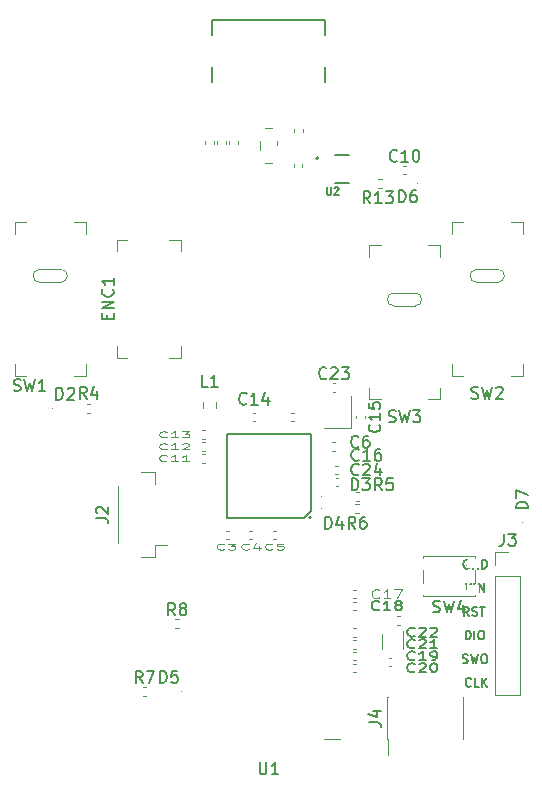
<source format=gto>
G04 #@! TF.GenerationSoftware,KiCad,Pcbnew,6.0.7+dfsg-1~bpo11+1*
G04 #@! TF.CreationDate,2022-10-07T12:23:39+00:00*
G04 #@! TF.ProjectId,redshift,72656473-6869-4667-942e-6b696361645f,0.2*
G04 #@! TF.SameCoordinates,Original*
G04 #@! TF.FileFunction,Legend,Top*
G04 #@! TF.FilePolarity,Positive*
%FSLAX46Y46*%
G04 Gerber Fmt 4.6, Leading zero omitted, Abs format (unit mm)*
G04 Created by KiCad (PCBNEW 6.0.7+dfsg-1~bpo11+1) date 2022-10-07 12:23:39*
%MOMM*%
%LPD*%
G01*
G04 APERTURE LIST*
%ADD10C,0.187500*%
%ADD11C,0.150000*%
%ADD12C,0.125000*%
%ADD13C,0.120000*%
%ADD14C,0.100000*%
%ADD15C,0.200000*%
%ADD16C,0.127000*%
%ADD17C,1.700000*%
%ADD18O,2.700000X1.700000*%
%ADD19C,0.650000*%
%ADD20R,0.600000X1.150000*%
%ADD21R,0.300000X1.150000*%
%ADD22O,1.050000X2.100000*%
%ADD23O,1.000000X2.000000*%
%ADD24R,0.300000X0.450000*%
%ADD25R,0.800000X0.900000*%
%ADD26R,1.170000X0.400000*%
%ADD27R,1.050000X0.650000*%
%ADD28R,0.740000X2.400000*%
%ADD29R,1.350000X1.350000*%
%ADD30O,1.350000X1.350000*%
%ADD31R,1.168400X0.889000*%
%ADD32R,1.168400X0.482600*%
%ADD33R,1.400000X1.400000*%
%ADD34C,1.400000*%
%ADD35C,0.240000*%
G04 APERTURE END LIST*
D10*
X154628125Y-110767857D02*
X154592410Y-110803571D01*
X154485267Y-110839285D01*
X154413839Y-110839285D01*
X154306696Y-110803571D01*
X154235267Y-110732142D01*
X154199553Y-110660714D01*
X154163839Y-110517857D01*
X154163839Y-110410714D01*
X154199553Y-110267857D01*
X154235267Y-110196428D01*
X154306696Y-110125000D01*
X154413839Y-110089285D01*
X154485267Y-110089285D01*
X154592410Y-110125000D01*
X154628125Y-110160714D01*
X155306696Y-110839285D02*
X154949553Y-110839285D01*
X154949553Y-110089285D01*
X155556696Y-110839285D02*
X155556696Y-110089285D01*
X155985267Y-110839285D02*
X155663839Y-110410714D01*
X155985267Y-110089285D02*
X155556696Y-110517857D01*
X154163839Y-106839285D02*
X154163839Y-106089285D01*
X154342410Y-106089285D01*
X154449553Y-106125000D01*
X154520982Y-106196428D01*
X154556696Y-106267857D01*
X154592410Y-106410714D01*
X154592410Y-106517857D01*
X154556696Y-106660714D01*
X154520982Y-106732142D01*
X154449553Y-106803571D01*
X154342410Y-106839285D01*
X154163839Y-106839285D01*
X154913839Y-106839285D02*
X154913839Y-106089285D01*
X155413839Y-106089285D02*
X155556696Y-106089285D01*
X155628125Y-106125000D01*
X155699553Y-106196428D01*
X155735267Y-106339285D01*
X155735267Y-106589285D01*
X155699553Y-106732142D01*
X155628125Y-106803571D01*
X155556696Y-106839285D01*
X155413839Y-106839285D01*
X155342410Y-106803571D01*
X155270982Y-106732142D01*
X155235267Y-106589285D01*
X155235267Y-106339285D01*
X155270982Y-106196428D01*
X155342410Y-106125000D01*
X155413839Y-106089285D01*
X154163839Y-102089285D02*
X154413839Y-102839285D01*
X154663839Y-102089285D01*
X154913839Y-102839285D02*
X154913839Y-102089285D01*
X155270982Y-102839285D02*
X155270982Y-102089285D01*
X155699553Y-102839285D01*
X155699553Y-102089285D01*
X154413839Y-100125000D02*
X154342410Y-100089285D01*
X154235267Y-100089285D01*
X154128125Y-100125000D01*
X154056696Y-100196428D01*
X154020982Y-100267857D01*
X153985267Y-100410714D01*
X153985267Y-100517857D01*
X154020982Y-100660714D01*
X154056696Y-100732142D01*
X154128125Y-100803571D01*
X154235267Y-100839285D01*
X154306696Y-100839285D01*
X154413839Y-100803571D01*
X154449553Y-100767857D01*
X154449553Y-100517857D01*
X154306696Y-100517857D01*
X154770982Y-100839285D02*
X154770982Y-100089285D01*
X155199553Y-100839285D01*
X155199553Y-100089285D01*
X155556696Y-100839285D02*
X155556696Y-100089285D01*
X155735267Y-100089285D01*
X155842410Y-100125000D01*
X155913839Y-100196428D01*
X155949553Y-100267857D01*
X155985267Y-100410714D01*
X155985267Y-100517857D01*
X155949553Y-100660714D01*
X155913839Y-100732142D01*
X155842410Y-100803571D01*
X155735267Y-100839285D01*
X155556696Y-100839285D01*
X153913839Y-108803571D02*
X154020982Y-108839285D01*
X154199553Y-108839285D01*
X154270982Y-108803571D01*
X154306696Y-108767857D01*
X154342410Y-108696428D01*
X154342410Y-108625000D01*
X154306696Y-108553571D01*
X154270982Y-108517857D01*
X154199553Y-108482142D01*
X154056696Y-108446428D01*
X153985267Y-108410714D01*
X153949553Y-108375000D01*
X153913839Y-108303571D01*
X153913839Y-108232142D01*
X153949553Y-108160714D01*
X153985267Y-108125000D01*
X154056696Y-108089285D01*
X154235267Y-108089285D01*
X154342410Y-108125000D01*
X154592410Y-108089285D02*
X154770982Y-108839285D01*
X154913839Y-108303571D01*
X155056696Y-108839285D01*
X155235267Y-108089285D01*
X155663839Y-108089285D02*
X155806696Y-108089285D01*
X155878125Y-108125000D01*
X155949553Y-108196428D01*
X155985267Y-108339285D01*
X155985267Y-108589285D01*
X155949553Y-108732142D01*
X155878125Y-108803571D01*
X155806696Y-108839285D01*
X155663839Y-108839285D01*
X155592410Y-108803571D01*
X155520982Y-108732142D01*
X155485267Y-108589285D01*
X155485267Y-108339285D01*
X155520982Y-108196428D01*
X155592410Y-108125000D01*
X155663839Y-108089285D01*
X154449553Y-104839285D02*
X154199553Y-104482142D01*
X154020982Y-104839285D02*
X154020982Y-104089285D01*
X154306696Y-104089285D01*
X154378125Y-104125000D01*
X154413839Y-104160714D01*
X154449553Y-104232142D01*
X154449553Y-104339285D01*
X154413839Y-104410714D01*
X154378125Y-104446428D01*
X154306696Y-104482142D01*
X154020982Y-104482142D01*
X154735267Y-104803571D02*
X154842410Y-104839285D01*
X155020982Y-104839285D01*
X155092410Y-104803571D01*
X155128125Y-104767857D01*
X155163839Y-104696428D01*
X155163839Y-104625000D01*
X155128125Y-104553571D01*
X155092410Y-104517857D01*
X155020982Y-104482142D01*
X154878125Y-104446428D01*
X154806696Y-104410714D01*
X154770982Y-104375000D01*
X154735267Y-104303571D01*
X154735267Y-104232142D01*
X154770982Y-104160714D01*
X154806696Y-104125000D01*
X154878125Y-104089285D01*
X155056696Y-104089285D01*
X155163839Y-104125000D01*
X155378125Y-104089285D02*
X155806696Y-104089285D01*
X155592410Y-104839285D02*
X155592410Y-104089285D01*
D11*
X144833333Y-97452380D02*
X144500000Y-96976190D01*
X144261904Y-97452380D02*
X144261904Y-96452380D01*
X144642857Y-96452380D01*
X144738095Y-96500000D01*
X144785714Y-96547619D01*
X144833333Y-96642857D01*
X144833333Y-96785714D01*
X144785714Y-96880952D01*
X144738095Y-96928571D01*
X144642857Y-96976190D01*
X144261904Y-96976190D01*
X145690476Y-96452380D02*
X145500000Y-96452380D01*
X145404761Y-96500000D01*
X145357142Y-96547619D01*
X145261904Y-96690476D01*
X145214285Y-96880952D01*
X145214285Y-97261904D01*
X145261904Y-97357142D01*
X145309523Y-97404761D01*
X145404761Y-97452380D01*
X145595238Y-97452380D01*
X145690476Y-97404761D01*
X145738095Y-97357142D01*
X145785714Y-97261904D01*
X145785714Y-97023809D01*
X145738095Y-96928571D01*
X145690476Y-96880952D01*
X145595238Y-96833333D01*
X145404761Y-96833333D01*
X145309523Y-96880952D01*
X145261904Y-96928571D01*
X145214285Y-97023809D01*
X145127142Y-92857142D02*
X145079523Y-92904761D01*
X144936666Y-92952380D01*
X144841428Y-92952380D01*
X144698571Y-92904761D01*
X144603333Y-92809523D01*
X144555714Y-92714285D01*
X144508095Y-92523809D01*
X144508095Y-92380952D01*
X144555714Y-92190476D01*
X144603333Y-92095238D01*
X144698571Y-92000000D01*
X144841428Y-91952380D01*
X144936666Y-91952380D01*
X145079523Y-92000000D01*
X145127142Y-92047619D01*
X145508095Y-92047619D02*
X145555714Y-92000000D01*
X145650952Y-91952380D01*
X145889047Y-91952380D01*
X145984285Y-92000000D01*
X146031904Y-92047619D01*
X146079523Y-92142857D01*
X146079523Y-92238095D01*
X146031904Y-92380952D01*
X145460476Y-92952380D01*
X146079523Y-92952380D01*
X146936666Y-92285714D02*
X146936666Y-92952380D01*
X146698571Y-91904761D02*
X146460476Y-92619047D01*
X147079523Y-92619047D01*
D12*
X128857142Y-91678571D02*
X128809523Y-91702380D01*
X128666666Y-91726190D01*
X128571428Y-91726190D01*
X128428571Y-91702380D01*
X128333333Y-91654761D01*
X128285714Y-91607142D01*
X128238095Y-91511904D01*
X128238095Y-91440476D01*
X128285714Y-91345238D01*
X128333333Y-91297619D01*
X128428571Y-91250000D01*
X128571428Y-91226190D01*
X128666666Y-91226190D01*
X128809523Y-91250000D01*
X128857142Y-91273809D01*
X129809523Y-91726190D02*
X129238095Y-91726190D01*
X129523809Y-91726190D02*
X129523809Y-91226190D01*
X129428571Y-91297619D01*
X129333333Y-91345238D01*
X129238095Y-91369047D01*
X130761904Y-91726190D02*
X130190476Y-91726190D01*
X130476190Y-91726190D02*
X130476190Y-91226190D01*
X130380952Y-91297619D01*
X130285714Y-91345238D01*
X130190476Y-91369047D01*
X128857142Y-89678571D02*
X128809523Y-89702380D01*
X128666666Y-89726190D01*
X128571428Y-89726190D01*
X128428571Y-89702380D01*
X128333333Y-89654761D01*
X128285714Y-89607142D01*
X128238095Y-89511904D01*
X128238095Y-89440476D01*
X128285714Y-89345238D01*
X128333333Y-89297619D01*
X128428571Y-89250000D01*
X128571428Y-89226190D01*
X128666666Y-89226190D01*
X128809523Y-89250000D01*
X128857142Y-89273809D01*
X129809523Y-89726190D02*
X129238095Y-89726190D01*
X129523809Y-89726190D02*
X129523809Y-89226190D01*
X129428571Y-89297619D01*
X129333333Y-89345238D01*
X129238095Y-89369047D01*
X130142857Y-89226190D02*
X130761904Y-89226190D01*
X130428571Y-89416666D01*
X130571428Y-89416666D01*
X130666666Y-89440476D01*
X130714285Y-89464285D01*
X130761904Y-89511904D01*
X130761904Y-89630952D01*
X130714285Y-89678571D01*
X130666666Y-89702380D01*
X130571428Y-89726190D01*
X130285714Y-89726190D01*
X130190476Y-89702380D01*
X130142857Y-89678571D01*
D11*
X148357142Y-66297142D02*
X148309523Y-66344761D01*
X148166666Y-66392380D01*
X148071428Y-66392380D01*
X147928571Y-66344761D01*
X147833333Y-66249523D01*
X147785714Y-66154285D01*
X147738095Y-65963809D01*
X147738095Y-65820952D01*
X147785714Y-65630476D01*
X147833333Y-65535238D01*
X147928571Y-65440000D01*
X148071428Y-65392380D01*
X148166666Y-65392380D01*
X148309523Y-65440000D01*
X148357142Y-65487619D01*
X149309523Y-66392380D02*
X148738095Y-66392380D01*
X149023809Y-66392380D02*
X149023809Y-65392380D01*
X148928571Y-65535238D01*
X148833333Y-65630476D01*
X148738095Y-65678095D01*
X149928571Y-65392380D02*
X150023809Y-65392380D01*
X150119047Y-65440000D01*
X150166666Y-65487619D01*
X150214285Y-65582857D01*
X150261904Y-65773333D01*
X150261904Y-66011428D01*
X150214285Y-66201904D01*
X150166666Y-66297142D01*
X150119047Y-66344761D01*
X150023809Y-66392380D01*
X149928571Y-66392380D01*
X149833333Y-66344761D01*
X149785714Y-66297142D01*
X149738095Y-66201904D01*
X149690476Y-66011428D01*
X149690476Y-65773333D01*
X149738095Y-65582857D01*
X149785714Y-65487619D01*
X149833333Y-65440000D01*
X149928571Y-65392380D01*
X123848571Y-79714285D02*
X123848571Y-79380952D01*
X124372380Y-79238095D02*
X124372380Y-79714285D01*
X123372380Y-79714285D01*
X123372380Y-79238095D01*
X124372380Y-78809523D02*
X123372380Y-78809523D01*
X124372380Y-78238095D01*
X123372380Y-78238095D01*
X124277142Y-77190476D02*
X124324761Y-77238095D01*
X124372380Y-77380952D01*
X124372380Y-77476190D01*
X124324761Y-77619047D01*
X124229523Y-77714285D01*
X124134285Y-77761904D01*
X123943809Y-77809523D01*
X123800952Y-77809523D01*
X123610476Y-77761904D01*
X123515238Y-77714285D01*
X123420000Y-77619047D01*
X123372380Y-77476190D01*
X123372380Y-77380952D01*
X123420000Y-77238095D01*
X123467619Y-77190476D01*
X124372380Y-76238095D02*
X124372380Y-76809523D01*
X124372380Y-76523809D02*
X123372380Y-76523809D01*
X123515238Y-76619047D01*
X123610476Y-76714285D01*
X123658095Y-76809523D01*
X135627142Y-86857142D02*
X135579523Y-86904761D01*
X135436666Y-86952380D01*
X135341428Y-86952380D01*
X135198571Y-86904761D01*
X135103333Y-86809523D01*
X135055714Y-86714285D01*
X135008095Y-86523809D01*
X135008095Y-86380952D01*
X135055714Y-86190476D01*
X135103333Y-86095238D01*
X135198571Y-86000000D01*
X135341428Y-85952380D01*
X135436666Y-85952380D01*
X135579523Y-86000000D01*
X135627142Y-86047619D01*
X136579523Y-86952380D02*
X136008095Y-86952380D01*
X136293809Y-86952380D02*
X136293809Y-85952380D01*
X136198571Y-86095238D01*
X136103333Y-86190476D01*
X136008095Y-86238095D01*
X137436666Y-86285714D02*
X137436666Y-86952380D01*
X137198571Y-85904761D02*
X136960476Y-86619047D01*
X137579523Y-86619047D01*
X149857142Y-109517857D02*
X149809523Y-109553571D01*
X149666666Y-109589285D01*
X149571428Y-109589285D01*
X149428571Y-109553571D01*
X149333333Y-109482142D01*
X149285714Y-109410714D01*
X149238095Y-109267857D01*
X149238095Y-109160714D01*
X149285714Y-109017857D01*
X149333333Y-108946428D01*
X149428571Y-108875000D01*
X149571428Y-108839285D01*
X149666666Y-108839285D01*
X149809523Y-108875000D01*
X149857142Y-108910714D01*
X150238095Y-108910714D02*
X150285714Y-108875000D01*
X150380952Y-108839285D01*
X150619047Y-108839285D01*
X150714285Y-108875000D01*
X150761904Y-108910714D01*
X150809523Y-108982142D01*
X150809523Y-109053571D01*
X150761904Y-109160714D01*
X150190476Y-109589285D01*
X150809523Y-109589285D01*
X151428571Y-108839285D02*
X151523809Y-108839285D01*
X151619047Y-108875000D01*
X151666666Y-108910714D01*
X151714285Y-108982142D01*
X151761904Y-109125000D01*
X151761904Y-109303571D01*
X151714285Y-109446428D01*
X151666666Y-109517857D01*
X151619047Y-109553571D01*
X151523809Y-109589285D01*
X151428571Y-109589285D01*
X151333333Y-109553571D01*
X151285714Y-109517857D01*
X151238095Y-109446428D01*
X151190476Y-109303571D01*
X151190476Y-109125000D01*
X151238095Y-108982142D01*
X151285714Y-108910714D01*
X151333333Y-108875000D01*
X151428571Y-108839285D01*
X144511904Y-94202380D02*
X144511904Y-93202380D01*
X144750000Y-93202380D01*
X144892857Y-93250000D01*
X144988095Y-93345238D01*
X145035714Y-93440476D01*
X145083333Y-93630952D01*
X145083333Y-93773809D01*
X145035714Y-93964285D01*
X144988095Y-94059523D01*
X144892857Y-94154761D01*
X144750000Y-94202380D01*
X144511904Y-94202380D01*
X145416666Y-93202380D02*
X146035714Y-93202380D01*
X145702380Y-93583333D01*
X145845238Y-93583333D01*
X145940476Y-93630952D01*
X145988095Y-93678571D01*
X146035714Y-93773809D01*
X146035714Y-94011904D01*
X145988095Y-94107142D01*
X145940476Y-94154761D01*
X145845238Y-94202380D01*
X145559523Y-94202380D01*
X145464285Y-94154761D01*
X145416666Y-94107142D01*
X132333333Y-85452380D02*
X131857142Y-85452380D01*
X131857142Y-84452380D01*
X133190476Y-85452380D02*
X132619047Y-85452380D01*
X132904761Y-85452380D02*
X132904761Y-84452380D01*
X132809523Y-84595238D01*
X132714285Y-84690476D01*
X132619047Y-84738095D01*
X142261904Y-97452380D02*
X142261904Y-96452380D01*
X142500000Y-96452380D01*
X142642857Y-96500000D01*
X142738095Y-96595238D01*
X142785714Y-96690476D01*
X142833333Y-96880952D01*
X142833333Y-97023809D01*
X142785714Y-97214285D01*
X142738095Y-97309523D01*
X142642857Y-97404761D01*
X142500000Y-97452380D01*
X142261904Y-97452380D01*
X143690476Y-96785714D02*
X143690476Y-97452380D01*
X143452380Y-96404761D02*
X143214285Y-97119047D01*
X143833333Y-97119047D01*
D12*
X135813333Y-99178571D02*
X135765714Y-99202380D01*
X135622857Y-99226190D01*
X135527619Y-99226190D01*
X135384761Y-99202380D01*
X135289523Y-99154761D01*
X135241904Y-99107142D01*
X135194285Y-99011904D01*
X135194285Y-98940476D01*
X135241904Y-98845238D01*
X135289523Y-98797619D01*
X135384761Y-98750000D01*
X135527619Y-98726190D01*
X135622857Y-98726190D01*
X135765714Y-98750000D01*
X135813333Y-98773809D01*
X136670476Y-98892857D02*
X136670476Y-99226190D01*
X136432380Y-98702380D02*
X136194285Y-99059523D01*
X136813333Y-99059523D01*
D11*
X146857142Y-88642857D02*
X146904761Y-88690476D01*
X146952380Y-88833333D01*
X146952380Y-88928571D01*
X146904761Y-89071428D01*
X146809523Y-89166666D01*
X146714285Y-89214285D01*
X146523809Y-89261904D01*
X146380952Y-89261904D01*
X146190476Y-89214285D01*
X146095238Y-89166666D01*
X146000000Y-89071428D01*
X145952380Y-88928571D01*
X145952380Y-88833333D01*
X146000000Y-88690476D01*
X146047619Y-88642857D01*
X146952380Y-87690476D02*
X146952380Y-88261904D01*
X146952380Y-87976190D02*
X145952380Y-87976190D01*
X146095238Y-88071428D01*
X146190476Y-88166666D01*
X146238095Y-88261904D01*
X145952380Y-86785714D02*
X145952380Y-87261904D01*
X146428571Y-87309523D01*
X146380952Y-87261904D01*
X146333333Y-87166666D01*
X146333333Y-86928571D01*
X146380952Y-86833333D01*
X146428571Y-86785714D01*
X146523809Y-86738095D01*
X146761904Y-86738095D01*
X146857142Y-86785714D01*
X146904761Y-86833333D01*
X146952380Y-86928571D01*
X146952380Y-87166666D01*
X146904761Y-87261904D01*
X146857142Y-87309523D01*
X122083333Y-86452380D02*
X121750000Y-85976190D01*
X121511904Y-86452380D02*
X121511904Y-85452380D01*
X121892857Y-85452380D01*
X121988095Y-85500000D01*
X122035714Y-85547619D01*
X122083333Y-85642857D01*
X122083333Y-85785714D01*
X122035714Y-85880952D01*
X121988095Y-85928571D01*
X121892857Y-85976190D01*
X121511904Y-85976190D01*
X122940476Y-85785714D02*
X122940476Y-86452380D01*
X122702380Y-85404761D02*
X122464285Y-86119047D01*
X123083333Y-86119047D01*
X142412380Y-68549523D02*
X142412380Y-69067619D01*
X142442857Y-69128571D01*
X142473333Y-69159047D01*
X142534285Y-69189523D01*
X142656190Y-69189523D01*
X142717142Y-69159047D01*
X142747619Y-69128571D01*
X142778095Y-69067619D01*
X142778095Y-68549523D01*
X143052380Y-68610476D02*
X143082857Y-68580000D01*
X143143809Y-68549523D01*
X143296190Y-68549523D01*
X143357142Y-68580000D01*
X143387619Y-68610476D01*
X143418095Y-68671428D01*
X143418095Y-68732380D01*
X143387619Y-68823809D01*
X143021904Y-69189523D01*
X143418095Y-69189523D01*
X142377142Y-84697142D02*
X142329523Y-84744761D01*
X142186666Y-84792380D01*
X142091428Y-84792380D01*
X141948571Y-84744761D01*
X141853333Y-84649523D01*
X141805714Y-84554285D01*
X141758095Y-84363809D01*
X141758095Y-84220952D01*
X141805714Y-84030476D01*
X141853333Y-83935238D01*
X141948571Y-83840000D01*
X142091428Y-83792380D01*
X142186666Y-83792380D01*
X142329523Y-83840000D01*
X142377142Y-83887619D01*
X142758095Y-83887619D02*
X142805714Y-83840000D01*
X142900952Y-83792380D01*
X143139047Y-83792380D01*
X143234285Y-83840000D01*
X143281904Y-83887619D01*
X143329523Y-83982857D01*
X143329523Y-84078095D01*
X143281904Y-84220952D01*
X142710476Y-84792380D01*
X143329523Y-84792380D01*
X143662857Y-83792380D02*
X144281904Y-83792380D01*
X143948571Y-84173333D01*
X144091428Y-84173333D01*
X144186666Y-84220952D01*
X144234285Y-84268571D01*
X144281904Y-84363809D01*
X144281904Y-84601904D01*
X144234285Y-84697142D01*
X144186666Y-84744761D01*
X144091428Y-84792380D01*
X143805714Y-84792380D01*
X143710476Y-84744761D01*
X143662857Y-84697142D01*
X145083333Y-90497142D02*
X145035714Y-90544761D01*
X144892857Y-90592380D01*
X144797619Y-90592380D01*
X144654761Y-90544761D01*
X144559523Y-90449523D01*
X144511904Y-90354285D01*
X144464285Y-90163809D01*
X144464285Y-90020952D01*
X144511904Y-89830476D01*
X144559523Y-89735238D01*
X144654761Y-89640000D01*
X144797619Y-89592380D01*
X144892857Y-89592380D01*
X145035714Y-89640000D01*
X145083333Y-89687619D01*
X145940476Y-89592380D02*
X145750000Y-89592380D01*
X145654761Y-89640000D01*
X145607142Y-89687619D01*
X145511904Y-89830476D01*
X145464285Y-90020952D01*
X145464285Y-90401904D01*
X145511904Y-90497142D01*
X145559523Y-90544761D01*
X145654761Y-90592380D01*
X145845238Y-90592380D01*
X145940476Y-90544761D01*
X145988095Y-90497142D01*
X146035714Y-90401904D01*
X146035714Y-90163809D01*
X145988095Y-90068571D01*
X145940476Y-90020952D01*
X145845238Y-89973333D01*
X145654761Y-89973333D01*
X145559523Y-90020952D01*
X145511904Y-90068571D01*
X145464285Y-90163809D01*
X128290401Y-110500671D02*
X128290401Y-109500671D01*
X128528497Y-109500671D01*
X128671354Y-109548291D01*
X128766592Y-109643529D01*
X128814211Y-109738767D01*
X128861830Y-109929243D01*
X128861830Y-110072100D01*
X128814211Y-110262576D01*
X128766592Y-110357814D01*
X128671354Y-110453052D01*
X128528497Y-110500671D01*
X128290401Y-110500671D01*
X129766592Y-109500671D02*
X129290401Y-109500671D01*
X129242782Y-109976862D01*
X129290401Y-109929243D01*
X129385639Y-109881624D01*
X129623735Y-109881624D01*
X129718973Y-109929243D01*
X129766592Y-109976862D01*
X129814211Y-110072100D01*
X129814211Y-110310195D01*
X129766592Y-110405433D01*
X129718973Y-110453052D01*
X129623735Y-110500671D01*
X129385639Y-110500671D01*
X129290401Y-110453052D01*
X129242782Y-110405433D01*
D12*
X128857142Y-90678571D02*
X128809523Y-90702380D01*
X128666666Y-90726190D01*
X128571428Y-90726190D01*
X128428571Y-90702380D01*
X128333333Y-90654761D01*
X128285714Y-90607142D01*
X128238095Y-90511904D01*
X128238095Y-90440476D01*
X128285714Y-90345238D01*
X128333333Y-90297619D01*
X128428571Y-90250000D01*
X128571428Y-90226190D01*
X128666666Y-90226190D01*
X128809523Y-90250000D01*
X128857142Y-90273809D01*
X129809523Y-90726190D02*
X129238095Y-90726190D01*
X129523809Y-90726190D02*
X129523809Y-90226190D01*
X129428571Y-90297619D01*
X129333333Y-90345238D01*
X129238095Y-90369047D01*
X130190476Y-90273809D02*
X130238095Y-90250000D01*
X130333333Y-90226190D01*
X130571428Y-90226190D01*
X130666666Y-90250000D01*
X130714285Y-90273809D01*
X130761904Y-90321428D01*
X130761904Y-90369047D01*
X130714285Y-90440476D01*
X130142857Y-90726190D01*
X130761904Y-90726190D01*
D11*
X151416666Y-104504761D02*
X151559523Y-104552380D01*
X151797619Y-104552380D01*
X151892857Y-104504761D01*
X151940476Y-104457142D01*
X151988095Y-104361904D01*
X151988095Y-104266666D01*
X151940476Y-104171428D01*
X151892857Y-104123809D01*
X151797619Y-104076190D01*
X151607142Y-104028571D01*
X151511904Y-103980952D01*
X151464285Y-103933333D01*
X151416666Y-103838095D01*
X151416666Y-103742857D01*
X151464285Y-103647619D01*
X151511904Y-103600000D01*
X151607142Y-103552380D01*
X151845238Y-103552380D01*
X151988095Y-103600000D01*
X152321428Y-103552380D02*
X152559523Y-104552380D01*
X152750000Y-103838095D01*
X152940476Y-104552380D01*
X153178571Y-103552380D01*
X153988095Y-103885714D02*
X153988095Y-104552380D01*
X153750000Y-103504761D02*
X153511904Y-104219047D01*
X154130952Y-104219047D01*
X149857142Y-106517857D02*
X149809523Y-106553571D01*
X149666666Y-106589285D01*
X149571428Y-106589285D01*
X149428571Y-106553571D01*
X149333333Y-106482142D01*
X149285714Y-106410714D01*
X149238095Y-106267857D01*
X149238095Y-106160714D01*
X149285714Y-106017857D01*
X149333333Y-105946428D01*
X149428571Y-105875000D01*
X149571428Y-105839285D01*
X149666666Y-105839285D01*
X149809523Y-105875000D01*
X149857142Y-105910714D01*
X150238095Y-105910714D02*
X150285714Y-105875000D01*
X150380952Y-105839285D01*
X150619047Y-105839285D01*
X150714285Y-105875000D01*
X150761904Y-105910714D01*
X150809523Y-105982142D01*
X150809523Y-106053571D01*
X150761904Y-106160714D01*
X150190476Y-106589285D01*
X150809523Y-106589285D01*
X151190476Y-105910714D02*
X151238095Y-105875000D01*
X151333333Y-105839285D01*
X151571428Y-105839285D01*
X151666666Y-105875000D01*
X151714285Y-105910714D01*
X151761904Y-105982142D01*
X151761904Y-106053571D01*
X151714285Y-106160714D01*
X151142857Y-106589285D01*
X151761904Y-106589285D01*
X119511904Y-86532380D02*
X119511904Y-85532380D01*
X119750000Y-85532380D01*
X119892857Y-85580000D01*
X119988095Y-85675238D01*
X120035714Y-85770476D01*
X120083333Y-85960952D01*
X120083333Y-86103809D01*
X120035714Y-86294285D01*
X119988095Y-86389523D01*
X119892857Y-86484761D01*
X119750000Y-86532380D01*
X119511904Y-86532380D01*
X120464285Y-85627619D02*
X120511904Y-85580000D01*
X120607142Y-85532380D01*
X120845238Y-85532380D01*
X120940476Y-85580000D01*
X120988095Y-85627619D01*
X121035714Y-85722857D01*
X121035714Y-85818095D01*
X120988095Y-85960952D01*
X120416666Y-86532380D01*
X121035714Y-86532380D01*
X159452380Y-95738095D02*
X158452380Y-95738095D01*
X158452380Y-95500000D01*
X158500000Y-95357142D01*
X158595238Y-95261904D01*
X158690476Y-95214285D01*
X158880952Y-95166666D01*
X159023809Y-95166666D01*
X159214285Y-95214285D01*
X159309523Y-95261904D01*
X159404761Y-95357142D01*
X159452380Y-95500000D01*
X159452380Y-95738095D01*
X158452380Y-94833333D02*
X158452380Y-94166666D01*
X159452380Y-94595238D01*
X147666666Y-88404761D02*
X147809523Y-88452380D01*
X148047619Y-88452380D01*
X148142857Y-88404761D01*
X148190476Y-88357142D01*
X148238095Y-88261904D01*
X148238095Y-88166666D01*
X148190476Y-88071428D01*
X148142857Y-88023809D01*
X148047619Y-87976190D01*
X147857142Y-87928571D01*
X147761904Y-87880952D01*
X147714285Y-87833333D01*
X147666666Y-87738095D01*
X147666666Y-87642857D01*
X147714285Y-87547619D01*
X147761904Y-87500000D01*
X147857142Y-87452380D01*
X148095238Y-87452380D01*
X148238095Y-87500000D01*
X148571428Y-87452380D02*
X148809523Y-88452380D01*
X149000000Y-87738095D01*
X149190476Y-88452380D01*
X149428571Y-87452380D01*
X149714285Y-87452380D02*
X150333333Y-87452380D01*
X150000000Y-87833333D01*
X150142857Y-87833333D01*
X150238095Y-87880952D01*
X150285714Y-87928571D01*
X150333333Y-88023809D01*
X150333333Y-88261904D01*
X150285714Y-88357142D01*
X150238095Y-88404761D01*
X150142857Y-88452380D01*
X149857142Y-88452380D01*
X149761904Y-88404761D01*
X149714285Y-88357142D01*
D12*
X133725497Y-99178571D02*
X133677878Y-99202380D01*
X133535021Y-99226190D01*
X133439783Y-99226190D01*
X133296925Y-99202380D01*
X133201687Y-99154761D01*
X133154068Y-99107142D01*
X133106449Y-99011904D01*
X133106449Y-98940476D01*
X133154068Y-98845238D01*
X133201687Y-98797619D01*
X133296925Y-98750000D01*
X133439783Y-98726190D01*
X133535021Y-98726190D01*
X133677878Y-98750000D01*
X133725497Y-98773809D01*
X134058830Y-98726190D02*
X134677878Y-98726190D01*
X134344544Y-98916666D01*
X134487402Y-98916666D01*
X134582640Y-98940476D01*
X134630259Y-98964285D01*
X134677878Y-99011904D01*
X134677878Y-99130952D01*
X134630259Y-99178571D01*
X134582640Y-99202380D01*
X134487402Y-99226190D01*
X134201687Y-99226190D01*
X134106449Y-99202380D01*
X134058830Y-99178571D01*
D11*
X126823333Y-110532380D02*
X126490000Y-110056190D01*
X126251904Y-110532380D02*
X126251904Y-109532380D01*
X126632857Y-109532380D01*
X126728095Y-109580000D01*
X126775714Y-109627619D01*
X126823333Y-109722857D01*
X126823333Y-109865714D01*
X126775714Y-109960952D01*
X126728095Y-110008571D01*
X126632857Y-110056190D01*
X126251904Y-110056190D01*
X127156666Y-109532380D02*
X127823333Y-109532380D01*
X127394761Y-110532380D01*
X148511904Y-69822380D02*
X148511904Y-68822380D01*
X148750000Y-68822380D01*
X148892857Y-68870000D01*
X148988095Y-68965238D01*
X149035714Y-69060476D01*
X149083333Y-69250952D01*
X149083333Y-69393809D01*
X149035714Y-69584285D01*
X148988095Y-69679523D01*
X148892857Y-69774761D01*
X148750000Y-69822380D01*
X148511904Y-69822380D01*
X149940476Y-68822380D02*
X149750000Y-68822380D01*
X149654761Y-68870000D01*
X149607142Y-68917619D01*
X149511904Y-69060476D01*
X149464285Y-69250952D01*
X149464285Y-69631904D01*
X149511904Y-69727142D01*
X149559523Y-69774761D01*
X149654761Y-69822380D01*
X149845238Y-69822380D01*
X149940476Y-69774761D01*
X149988095Y-69727142D01*
X150035714Y-69631904D01*
X150035714Y-69393809D01*
X149988095Y-69298571D01*
X149940476Y-69250952D01*
X149845238Y-69203333D01*
X149654761Y-69203333D01*
X149559523Y-69250952D01*
X149511904Y-69298571D01*
X149464285Y-69393809D01*
D12*
X146857142Y-103267857D02*
X146809523Y-103303571D01*
X146666666Y-103339285D01*
X146571428Y-103339285D01*
X146428571Y-103303571D01*
X146333333Y-103232142D01*
X146285714Y-103160714D01*
X146238095Y-103017857D01*
X146238095Y-102910714D01*
X146285714Y-102767857D01*
X146333333Y-102696428D01*
X146428571Y-102625000D01*
X146571428Y-102589285D01*
X146666666Y-102589285D01*
X146809523Y-102625000D01*
X146857142Y-102660714D01*
X147809523Y-103339285D02*
X147238095Y-103339285D01*
X147523809Y-103339285D02*
X147523809Y-102589285D01*
X147428571Y-102696428D01*
X147333333Y-102767857D01*
X147238095Y-102803571D01*
X148142857Y-102589285D02*
X148809523Y-102589285D01*
X148380952Y-103339285D01*
X137813333Y-99178571D02*
X137765714Y-99202380D01*
X137622857Y-99226190D01*
X137527619Y-99226190D01*
X137384761Y-99202380D01*
X137289523Y-99154761D01*
X137241904Y-99107142D01*
X137194285Y-99011904D01*
X137194285Y-98940476D01*
X137241904Y-98845238D01*
X137289523Y-98797619D01*
X137384761Y-98750000D01*
X137527619Y-98726190D01*
X137622857Y-98726190D01*
X137765714Y-98750000D01*
X137813333Y-98773809D01*
X138718095Y-98726190D02*
X138241904Y-98726190D01*
X138194285Y-98964285D01*
X138241904Y-98940476D01*
X138337142Y-98916666D01*
X138575238Y-98916666D01*
X138670476Y-98940476D01*
X138718095Y-98964285D01*
X138765714Y-99011904D01*
X138765714Y-99130952D01*
X138718095Y-99178571D01*
X138670476Y-99202380D01*
X138575238Y-99226190D01*
X138337142Y-99226190D01*
X138241904Y-99202380D01*
X138194285Y-99178571D01*
D11*
X145127142Y-91607142D02*
X145079523Y-91654761D01*
X144936666Y-91702380D01*
X144841428Y-91702380D01*
X144698571Y-91654761D01*
X144603333Y-91559523D01*
X144555714Y-91464285D01*
X144508095Y-91273809D01*
X144508095Y-91130952D01*
X144555714Y-90940476D01*
X144603333Y-90845238D01*
X144698571Y-90750000D01*
X144841428Y-90702380D01*
X144936666Y-90702380D01*
X145079523Y-90750000D01*
X145127142Y-90797619D01*
X146079523Y-91702380D02*
X145508095Y-91702380D01*
X145793809Y-91702380D02*
X145793809Y-90702380D01*
X145698571Y-90845238D01*
X145603333Y-90940476D01*
X145508095Y-90988095D01*
X146936666Y-90702380D02*
X146746190Y-90702380D01*
X146650952Y-90750000D01*
X146603333Y-90797619D01*
X146508095Y-90940476D01*
X146460476Y-91130952D01*
X146460476Y-91511904D01*
X146508095Y-91607142D01*
X146555714Y-91654761D01*
X146650952Y-91702380D01*
X146841428Y-91702380D01*
X146936666Y-91654761D01*
X146984285Y-91607142D01*
X147031904Y-91511904D01*
X147031904Y-91273809D01*
X146984285Y-91178571D01*
X146936666Y-91130952D01*
X146841428Y-91083333D01*
X146650952Y-91083333D01*
X146555714Y-91130952D01*
X146508095Y-91178571D01*
X146460476Y-91273809D01*
X129583333Y-104782380D02*
X129250000Y-104306190D01*
X129011904Y-104782380D02*
X129011904Y-103782380D01*
X129392857Y-103782380D01*
X129488095Y-103830000D01*
X129535714Y-103877619D01*
X129583333Y-103972857D01*
X129583333Y-104115714D01*
X129535714Y-104210952D01*
X129488095Y-104258571D01*
X129392857Y-104306190D01*
X129011904Y-104306190D01*
X130154761Y-104210952D02*
X130059523Y-104163333D01*
X130011904Y-104115714D01*
X129964285Y-104020476D01*
X129964285Y-103972857D01*
X130011904Y-103877619D01*
X130059523Y-103830000D01*
X130154761Y-103782380D01*
X130345238Y-103782380D01*
X130440476Y-103830000D01*
X130488095Y-103877619D01*
X130535714Y-103972857D01*
X130535714Y-104020476D01*
X130488095Y-104115714D01*
X130440476Y-104163333D01*
X130345238Y-104210952D01*
X130154761Y-104210952D01*
X130059523Y-104258571D01*
X130011904Y-104306190D01*
X129964285Y-104401428D01*
X129964285Y-104591904D01*
X130011904Y-104687142D01*
X130059523Y-104734761D01*
X130154761Y-104782380D01*
X130345238Y-104782380D01*
X130440476Y-104734761D01*
X130488095Y-104687142D01*
X130535714Y-104591904D01*
X130535714Y-104401428D01*
X130488095Y-104306190D01*
X130440476Y-104258571D01*
X130345238Y-104210952D01*
X122902380Y-96583333D02*
X123616666Y-96583333D01*
X123759523Y-96630952D01*
X123854761Y-96726190D01*
X123902380Y-96869047D01*
X123902380Y-96964285D01*
X122997619Y-96154761D02*
X122950000Y-96107142D01*
X122902380Y-96011904D01*
X122902380Y-95773809D01*
X122950000Y-95678571D01*
X122997619Y-95630952D01*
X123092857Y-95583333D01*
X123188095Y-95583333D01*
X123330952Y-95630952D01*
X123902380Y-96202380D01*
X123902380Y-95583333D01*
X145967380Y-113833333D02*
X146681666Y-113833333D01*
X146824523Y-113880952D01*
X146919761Y-113976190D01*
X146967380Y-114119047D01*
X146967380Y-114214285D01*
X146300714Y-112928571D02*
X146967380Y-112928571D01*
X145919761Y-113166666D02*
X146634047Y-113404761D01*
X146634047Y-112785714D01*
X157416666Y-97892380D02*
X157416666Y-98606666D01*
X157369047Y-98749523D01*
X157273809Y-98844761D01*
X157130952Y-98892380D01*
X157035714Y-98892380D01*
X157797619Y-97892380D02*
X158416666Y-97892380D01*
X158083333Y-98273333D01*
X158226190Y-98273333D01*
X158321428Y-98320952D01*
X158369047Y-98368571D01*
X158416666Y-98463809D01*
X158416666Y-98701904D01*
X158369047Y-98797142D01*
X158321428Y-98844761D01*
X158226190Y-98892380D01*
X157940476Y-98892380D01*
X157845238Y-98844761D01*
X157797619Y-98797142D01*
X146857142Y-104267857D02*
X146809523Y-104303571D01*
X146666666Y-104339285D01*
X146571428Y-104339285D01*
X146428571Y-104303571D01*
X146333333Y-104232142D01*
X146285714Y-104160714D01*
X146238095Y-104017857D01*
X146238095Y-103910714D01*
X146285714Y-103767857D01*
X146333333Y-103696428D01*
X146428571Y-103625000D01*
X146571428Y-103589285D01*
X146666666Y-103589285D01*
X146809523Y-103625000D01*
X146857142Y-103660714D01*
X147809523Y-104339285D02*
X147238095Y-104339285D01*
X147523809Y-104339285D02*
X147523809Y-103589285D01*
X147428571Y-103696428D01*
X147333333Y-103767857D01*
X147238095Y-103803571D01*
X148380952Y-103910714D02*
X148285714Y-103875000D01*
X148238095Y-103839285D01*
X148190476Y-103767857D01*
X148190476Y-103732142D01*
X148238095Y-103660714D01*
X148285714Y-103625000D01*
X148380952Y-103589285D01*
X148571428Y-103589285D01*
X148666666Y-103625000D01*
X148714285Y-103660714D01*
X148761904Y-103732142D01*
X148761904Y-103767857D01*
X148714285Y-103839285D01*
X148666666Y-103875000D01*
X148571428Y-103910714D01*
X148380952Y-103910714D01*
X148285714Y-103946428D01*
X148238095Y-103982142D01*
X148190476Y-104053571D01*
X148190476Y-104196428D01*
X148238095Y-104267857D01*
X148285714Y-104303571D01*
X148380952Y-104339285D01*
X148571428Y-104339285D01*
X148666666Y-104303571D01*
X148714285Y-104267857D01*
X148761904Y-104196428D01*
X148761904Y-104053571D01*
X148714285Y-103982142D01*
X148666666Y-103946428D01*
X148571428Y-103910714D01*
X147083333Y-94202380D02*
X146750000Y-93726190D01*
X146511904Y-94202380D02*
X146511904Y-93202380D01*
X146892857Y-93202380D01*
X146988095Y-93250000D01*
X147035714Y-93297619D01*
X147083333Y-93392857D01*
X147083333Y-93535714D01*
X147035714Y-93630952D01*
X146988095Y-93678571D01*
X146892857Y-93726190D01*
X146511904Y-93726190D01*
X147988095Y-93202380D02*
X147511904Y-93202380D01*
X147464285Y-93678571D01*
X147511904Y-93630952D01*
X147607142Y-93583333D01*
X147845238Y-93583333D01*
X147940476Y-93630952D01*
X147988095Y-93678571D01*
X148035714Y-93773809D01*
X148035714Y-94011904D01*
X147988095Y-94107142D01*
X147940476Y-94154761D01*
X147845238Y-94202380D01*
X147607142Y-94202380D01*
X147511904Y-94154761D01*
X147464285Y-94107142D01*
X136738095Y-117247380D02*
X136738095Y-118056904D01*
X136785714Y-118152142D01*
X136833333Y-118199761D01*
X136928571Y-118247380D01*
X137119047Y-118247380D01*
X137214285Y-118199761D01*
X137261904Y-118152142D01*
X137309523Y-118056904D01*
X137309523Y-117247380D01*
X138309523Y-118247380D02*
X137738095Y-118247380D01*
X138023809Y-118247380D02*
X138023809Y-117247380D01*
X137928571Y-117390238D01*
X137833333Y-117485476D01*
X137738095Y-117533095D01*
X149857142Y-108517857D02*
X149809523Y-108553571D01*
X149666666Y-108589285D01*
X149571428Y-108589285D01*
X149428571Y-108553571D01*
X149333333Y-108482142D01*
X149285714Y-108410714D01*
X149238095Y-108267857D01*
X149238095Y-108160714D01*
X149285714Y-108017857D01*
X149333333Y-107946428D01*
X149428571Y-107875000D01*
X149571428Y-107839285D01*
X149666666Y-107839285D01*
X149809523Y-107875000D01*
X149857142Y-107910714D01*
X150809523Y-108589285D02*
X150238095Y-108589285D01*
X150523809Y-108589285D02*
X150523809Y-107839285D01*
X150428571Y-107946428D01*
X150333333Y-108017857D01*
X150238095Y-108053571D01*
X151285714Y-108589285D02*
X151476190Y-108589285D01*
X151571428Y-108553571D01*
X151619047Y-108517857D01*
X151714285Y-108410714D01*
X151761904Y-108267857D01*
X151761904Y-107982142D01*
X151714285Y-107910714D01*
X151666666Y-107875000D01*
X151571428Y-107839285D01*
X151380952Y-107839285D01*
X151285714Y-107875000D01*
X151238095Y-107910714D01*
X151190476Y-107982142D01*
X151190476Y-108160714D01*
X151238095Y-108232142D01*
X151285714Y-108267857D01*
X151380952Y-108303571D01*
X151571428Y-108303571D01*
X151666666Y-108267857D01*
X151714285Y-108232142D01*
X151761904Y-108160714D01*
X154666666Y-86404761D02*
X154809523Y-86452380D01*
X155047619Y-86452380D01*
X155142857Y-86404761D01*
X155190476Y-86357142D01*
X155238095Y-86261904D01*
X155238095Y-86166666D01*
X155190476Y-86071428D01*
X155142857Y-86023809D01*
X155047619Y-85976190D01*
X154857142Y-85928571D01*
X154761904Y-85880952D01*
X154714285Y-85833333D01*
X154666666Y-85738095D01*
X154666666Y-85642857D01*
X154714285Y-85547619D01*
X154761904Y-85500000D01*
X154857142Y-85452380D01*
X155095238Y-85452380D01*
X155238095Y-85500000D01*
X155571428Y-85452380D02*
X155809523Y-86452380D01*
X156000000Y-85738095D01*
X156190476Y-86452380D01*
X156428571Y-85452380D01*
X156761904Y-85547619D02*
X156809523Y-85500000D01*
X156904761Y-85452380D01*
X157142857Y-85452380D01*
X157238095Y-85500000D01*
X157285714Y-85547619D01*
X157333333Y-85642857D01*
X157333333Y-85738095D01*
X157285714Y-85880952D01*
X156714285Y-86452380D01*
X157333333Y-86452380D01*
X146103501Y-69902380D02*
X145770168Y-69426190D01*
X145532073Y-69902380D02*
X145532073Y-68902380D01*
X145913025Y-68902380D01*
X146008263Y-68950000D01*
X146055882Y-68997619D01*
X146103501Y-69092857D01*
X146103501Y-69235714D01*
X146055882Y-69330952D01*
X146008263Y-69378571D01*
X145913025Y-69426190D01*
X145532073Y-69426190D01*
X147055882Y-69902380D02*
X146484454Y-69902380D01*
X146770168Y-69902380D02*
X146770168Y-68902380D01*
X146674930Y-69045238D01*
X146579692Y-69140476D01*
X146484454Y-69188095D01*
X147389216Y-68902380D02*
X148008263Y-68902380D01*
X147674930Y-69283333D01*
X147817787Y-69283333D01*
X147913025Y-69330952D01*
X147960644Y-69378571D01*
X148008263Y-69473809D01*
X148008263Y-69711904D01*
X147960644Y-69807142D01*
X147913025Y-69854761D01*
X147817787Y-69902380D01*
X147532073Y-69902380D01*
X147436835Y-69854761D01*
X147389216Y-69807142D01*
X149857142Y-107517857D02*
X149809523Y-107553571D01*
X149666666Y-107589285D01*
X149571428Y-107589285D01*
X149428571Y-107553571D01*
X149333333Y-107482142D01*
X149285714Y-107410714D01*
X149238095Y-107267857D01*
X149238095Y-107160714D01*
X149285714Y-107017857D01*
X149333333Y-106946428D01*
X149428571Y-106875000D01*
X149571428Y-106839285D01*
X149666666Y-106839285D01*
X149809523Y-106875000D01*
X149857142Y-106910714D01*
X150238095Y-106910714D02*
X150285714Y-106875000D01*
X150380952Y-106839285D01*
X150619047Y-106839285D01*
X150714285Y-106875000D01*
X150761904Y-106910714D01*
X150809523Y-106982142D01*
X150809523Y-107053571D01*
X150761904Y-107160714D01*
X150190476Y-107589285D01*
X150809523Y-107589285D01*
X151761904Y-107589285D02*
X151190476Y-107589285D01*
X151476190Y-107589285D02*
X151476190Y-106839285D01*
X151380952Y-106946428D01*
X151285714Y-107017857D01*
X151190476Y-107053571D01*
X115916666Y-85754761D02*
X116059523Y-85802380D01*
X116297619Y-85802380D01*
X116392857Y-85754761D01*
X116440476Y-85707142D01*
X116488095Y-85611904D01*
X116488095Y-85516666D01*
X116440476Y-85421428D01*
X116392857Y-85373809D01*
X116297619Y-85326190D01*
X116107142Y-85278571D01*
X116011904Y-85230952D01*
X115964285Y-85183333D01*
X115916666Y-85088095D01*
X115916666Y-84992857D01*
X115964285Y-84897619D01*
X116011904Y-84850000D01*
X116107142Y-84802380D01*
X116345238Y-84802380D01*
X116488095Y-84850000D01*
X116821428Y-84802380D02*
X117059523Y-85802380D01*
X117250000Y-85088095D01*
X117440476Y-85802380D01*
X117678571Y-84802380D01*
X118583333Y-85802380D02*
X118011904Y-85802380D01*
X118297619Y-85802380D02*
X118297619Y-84802380D01*
X118202380Y-84945238D01*
X118107142Y-85040476D01*
X118011904Y-85088095D01*
D13*
X145153641Y-96130000D02*
X144846359Y-96130000D01*
X145153641Y-95370000D02*
X144846359Y-95370000D01*
X143162164Y-93140000D02*
X143377836Y-93140000D01*
X143162164Y-93860000D02*
X143377836Y-93860000D01*
X132107836Y-91860000D02*
X131892164Y-91860000D01*
X132107836Y-91140000D02*
X131892164Y-91140000D01*
X132107836Y-89140000D02*
X131892164Y-89140000D01*
X132107836Y-89860000D02*
X131892164Y-89860000D01*
X148892164Y-67460000D02*
X149107836Y-67460000D01*
X148892164Y-66740000D02*
X149107836Y-66740000D01*
X139640000Y-66622164D02*
X139640000Y-66837836D01*
X140360000Y-66622164D02*
X140360000Y-66837836D01*
X130070000Y-83020000D02*
X129070000Y-83020000D01*
X130070000Y-72980000D02*
X130070000Y-73980000D01*
X124680000Y-83020000D02*
X125480000Y-83020000D01*
X130070000Y-72980000D02*
X129070000Y-72980000D01*
X130070000Y-83020000D02*
X130070000Y-82020000D01*
X124680000Y-83020000D02*
X124680000Y-82020000D01*
X124680000Y-72980000D02*
X124680000Y-73980000D01*
X124680000Y-72980000D02*
X125480000Y-72980000D01*
X136162164Y-87640000D02*
X136377836Y-87640000D01*
X136162164Y-88360000D02*
X136377836Y-88360000D01*
X144642164Y-109610000D02*
X144857836Y-109610000D01*
X144642164Y-108890000D02*
X144857836Y-108890000D01*
D14*
X141965000Y-94750000D02*
G75*
G03*
X141965000Y-94750000I-50000J0D01*
G01*
D15*
X142290000Y-54400000D02*
X132710000Y-54400000D01*
X142290000Y-59650000D02*
X142290000Y-58400000D01*
X142290000Y-55680000D02*
X142290000Y-54400000D01*
X132710000Y-54400000D02*
X132710000Y-55680000D01*
X132710000Y-59650000D02*
X132710000Y-58400000D01*
D13*
X133022500Y-87237258D02*
X133022500Y-86762742D01*
X131977500Y-87237258D02*
X131977500Y-86762742D01*
D14*
X141960000Y-95750000D02*
G75*
G03*
X141960000Y-95750000I-50000J0D01*
G01*
D13*
X148392164Y-105610000D02*
X148607836Y-105610000D01*
X148392164Y-104890000D02*
X148607836Y-104890000D01*
X148900000Y-106100000D02*
X148900000Y-107650000D01*
X147100000Y-107650000D02*
X147100000Y-106350000D01*
X136087836Y-98360000D02*
X135872164Y-98360000D01*
X136087836Y-97640000D02*
X135872164Y-97640000D01*
X145610000Y-88107836D02*
X145610000Y-87892164D01*
X144890000Y-88107836D02*
X144890000Y-87892164D01*
X122403641Y-87630000D02*
X122096359Y-87630000D01*
X122403641Y-86870000D02*
X122096359Y-86870000D01*
X144450000Y-88900000D02*
X144450000Y-86200000D01*
X142150000Y-88900000D02*
X144450000Y-88900000D01*
X133140000Y-64642164D02*
X133140000Y-64857836D01*
X133860000Y-64642164D02*
X133860000Y-64857836D01*
D16*
X144325000Y-65830000D02*
X143075000Y-65830000D01*
X143075000Y-68170000D02*
X144325000Y-68170000D01*
D15*
X141700000Y-66100000D02*
G75*
G03*
X141700000Y-66100000I-100000J0D01*
G01*
D13*
X142912164Y-85860000D02*
X143127836Y-85860000D01*
X142912164Y-85140000D02*
X143127836Y-85140000D01*
X142872164Y-90140000D02*
X143087836Y-90140000D01*
X142872164Y-90860000D02*
X143087836Y-90860000D01*
D14*
X130140000Y-111250000D02*
G75*
G03*
X130140000Y-111250000I-50000J0D01*
G01*
D13*
X132107836Y-90140000D02*
X131892164Y-90140000D01*
X132107836Y-90860000D02*
X131892164Y-90860000D01*
X154950000Y-99920000D02*
X154950000Y-99800000D01*
X154950000Y-102070000D02*
X154950000Y-100930000D01*
X154950000Y-103200000D02*
X154950000Y-103080000D01*
X150550000Y-103200000D02*
X154950000Y-103200000D01*
X150550000Y-103080000D02*
X150550000Y-103200000D01*
X150550000Y-99800000D02*
X150550000Y-99920000D01*
X154950000Y-99800000D02*
X150550000Y-99800000D01*
X150550000Y-100930000D02*
X150550000Y-102070000D01*
X144642164Y-105890000D02*
X144857836Y-105890000D01*
X144642164Y-106610000D02*
X144857836Y-106610000D01*
D14*
X119210000Y-87250000D02*
G75*
G03*
X119210000Y-87250000I-50000J0D01*
G01*
X159050000Y-96910000D02*
G75*
G03*
X159050000Y-96910000I-50000J0D01*
G01*
D13*
X152020000Y-86520000D02*
X151020000Y-86520000D01*
X145980000Y-86520000D02*
X145980000Y-85520000D01*
X152020000Y-73480000D02*
X152020000Y-74480000D01*
X152020000Y-86520000D02*
X152020000Y-85520000D01*
X145980000Y-73480000D02*
X146980000Y-73480000D01*
X152020000Y-73480000D02*
X151020000Y-73480000D01*
X145980000Y-86520000D02*
X146980000Y-86520000D01*
X148100000Y-77500000D02*
X149900000Y-77500000D01*
X148100000Y-78600000D02*
X149900000Y-78600000D01*
X145980000Y-73480000D02*
X145980000Y-74480000D01*
X149900000Y-78600000D02*
G75*
G03*
X149900000Y-77500000I0J550000D01*
G01*
X148100000Y-77500000D02*
G75*
G03*
X148100000Y-78600000I0J-550000D01*
G01*
X139392164Y-87640000D02*
X139607836Y-87640000D01*
X139392164Y-88360000D02*
X139607836Y-88360000D01*
X132880000Y-64596359D02*
X132880000Y-64903641D01*
X132120000Y-64596359D02*
X132120000Y-64903641D01*
X134107836Y-98360000D02*
X133892164Y-98360000D01*
X134107836Y-97640000D02*
X133892164Y-97640000D01*
X126836359Y-111630000D02*
X127143641Y-111630000D01*
X126836359Y-110870000D02*
X127143641Y-110870000D01*
X139620000Y-63903641D02*
X139620000Y-63596359D01*
X140380000Y-63903641D02*
X140380000Y-63596359D01*
D14*
X150140000Y-68200000D02*
G75*
G03*
X150140000Y-68200000I-50000J0D01*
G01*
D13*
X144857836Y-103360000D02*
X144642164Y-103360000D01*
X144857836Y-102640000D02*
X144642164Y-102640000D01*
X147642164Y-109110000D02*
X147857836Y-109110000D01*
X147642164Y-108390000D02*
X147857836Y-108390000D01*
X138087836Y-97640000D02*
X137872164Y-97640000D01*
X138087836Y-98360000D02*
X137872164Y-98360000D01*
X143142164Y-92140000D02*
X143357836Y-92140000D01*
X143142164Y-92860000D02*
X143357836Y-92860000D01*
X129596359Y-105120000D02*
X129903641Y-105120000D01*
X129596359Y-105880000D02*
X129903641Y-105880000D01*
X126710000Y-99860000D02*
X127860000Y-99860000D01*
X127860000Y-99860000D02*
X127860000Y-98810000D01*
X124740000Y-98690000D02*
X124740000Y-93810000D01*
X126710000Y-92640000D02*
X127860000Y-92640000D01*
X127860000Y-92640000D02*
X127860000Y-93690000D01*
X127860000Y-98810000D02*
X128850000Y-98810000D01*
X147515000Y-111735000D02*
X147580000Y-111735000D01*
X153920000Y-111735000D02*
X153985000Y-111735000D01*
X153985000Y-115265000D02*
X153985000Y-111735000D01*
X147580000Y-116590000D02*
X147580000Y-115265000D01*
X153920000Y-115265000D02*
X153985000Y-115265000D01*
X147515000Y-115265000D02*
X147580000Y-115265000D01*
X147515000Y-115265000D02*
X147515000Y-111735000D01*
X158810000Y-101500000D02*
X158810000Y-111560000D01*
X156690000Y-99440000D02*
X157750000Y-99440000D01*
X156690000Y-100500000D02*
X156690000Y-99440000D01*
X156690000Y-101500000D02*
X156690000Y-111560000D01*
X156690000Y-111560000D02*
X158810000Y-111560000D01*
X156690000Y-101500000D02*
X158810000Y-101500000D01*
X144857836Y-103640000D02*
X144642164Y-103640000D01*
X144857836Y-104360000D02*
X144642164Y-104360000D01*
X145163641Y-94370000D02*
X144856359Y-94370000D01*
X145163641Y-95130000D02*
X144856359Y-95130000D01*
X137196148Y-63501400D02*
X137804540Y-63501400D01*
X136801843Y-65375961D02*
X136801843Y-64624039D01*
X138198843Y-64624040D02*
X138198843Y-64969560D01*
X137804540Y-66498600D02*
X137196148Y-66498600D01*
X142150000Y-115235000D02*
X143550000Y-115235000D01*
D16*
X140500000Y-96550000D02*
X141050000Y-96000000D01*
X140500000Y-96550000D02*
X133950000Y-96550000D01*
X133950000Y-96550000D02*
X133950000Y-89450000D01*
X141050000Y-89450000D02*
X141050000Y-96000000D01*
X133950000Y-89450000D02*
X141050000Y-89450000D01*
D15*
X141100000Y-96500000D02*
G75*
G03*
X141100000Y-96500000I-100000J0D01*
G01*
D13*
X144642164Y-107890000D02*
X144857836Y-107890000D01*
X144642164Y-108610000D02*
X144857836Y-108610000D01*
X152980000Y-71480000D02*
X153980000Y-71480000D01*
X152980000Y-71480000D02*
X152980000Y-72480000D01*
X152980000Y-84520000D02*
X153980000Y-84520000D01*
X159020000Y-71480000D02*
X159020000Y-72480000D01*
X159020000Y-84520000D02*
X158020000Y-84520000D01*
X155100000Y-75500000D02*
X156900000Y-75500000D01*
X159020000Y-71480000D02*
X158020000Y-71480000D01*
X159020000Y-84520000D02*
X159020000Y-83520000D01*
X155100000Y-76600000D02*
X156900000Y-76600000D01*
X152980000Y-84520000D02*
X152980000Y-83520000D01*
X156900000Y-76600000D02*
G75*
G03*
X156900000Y-75500000I0J550000D01*
G01*
X155100000Y-75500000D02*
G75*
G03*
X155100000Y-76600000I0J-550000D01*
G01*
X146746359Y-67820000D02*
X147053641Y-67820000D01*
X146746359Y-68580000D02*
X147053641Y-68580000D01*
X144662164Y-106890000D02*
X144877836Y-106890000D01*
X144662164Y-107610000D02*
X144877836Y-107610000D01*
X118100000Y-75500000D02*
X119900000Y-75500000D01*
X118100000Y-76600000D02*
X119900000Y-76600000D01*
X122020000Y-71480000D02*
X122020000Y-72480000D01*
X122020000Y-84520000D02*
X121020000Y-84520000D01*
X122020000Y-71480000D02*
X121020000Y-71480000D01*
X115980000Y-71480000D02*
X115980000Y-72480000D01*
X115980000Y-71480000D02*
X116980000Y-71480000D01*
X115980000Y-84520000D02*
X115980000Y-83520000D01*
X122020000Y-84520000D02*
X122020000Y-83520000D01*
X115980000Y-84520000D02*
X116980000Y-84520000D01*
X118100000Y-75500000D02*
G75*
G03*
X118100000Y-76600000I0J-550000D01*
G01*
X119900000Y-76600000D02*
G75*
G03*
X119900000Y-75500000I0J550000D01*
G01*
X134120000Y-64903641D02*
X134120000Y-64596359D01*
X134880000Y-64903641D02*
X134880000Y-64596359D01*
%LPC*%
G36*
G01*
X145780000Y-95565000D02*
X145780000Y-95935000D01*
G75*
G02*
X145645000Y-96070000I-135000J0D01*
G01*
X145375000Y-96070000D01*
G75*
G02*
X145240000Y-95935000I0J135000D01*
G01*
X145240000Y-95565000D01*
G75*
G02*
X145375000Y-95430000I135000J0D01*
G01*
X145645000Y-95430000D01*
G75*
G02*
X145780000Y-95565000I0J-135000D01*
G01*
G37*
G36*
G01*
X144760000Y-95565000D02*
X144760000Y-95935000D01*
G75*
G02*
X144625000Y-96070000I-135000J0D01*
G01*
X144355000Y-96070000D01*
G75*
G02*
X144220000Y-95935000I0J135000D01*
G01*
X144220000Y-95565000D01*
G75*
G02*
X144355000Y-95430000I135000J0D01*
G01*
X144625000Y-95430000D01*
G75*
G02*
X144760000Y-95565000I0J-135000D01*
G01*
G37*
G36*
G01*
X141280000Y-65077500D02*
X141280000Y-65422500D01*
G75*
G02*
X141132500Y-65570000I-147500J0D01*
G01*
X140837500Y-65570000D01*
G75*
G02*
X140690000Y-65422500I0J147500D01*
G01*
X140690000Y-65077500D01*
G75*
G02*
X140837500Y-64930000I147500J0D01*
G01*
X141132500Y-64930000D01*
G75*
G02*
X141280000Y-65077500I0J-147500D01*
G01*
G37*
G36*
G01*
X140310000Y-65077500D02*
X140310000Y-65422500D01*
G75*
G02*
X140162500Y-65570000I-147500J0D01*
G01*
X139867500Y-65570000D01*
G75*
G02*
X139720000Y-65422500I0J147500D01*
G01*
X139720000Y-65077500D01*
G75*
G02*
X139867500Y-64930000I147500J0D01*
G01*
X140162500Y-64930000D01*
G75*
G02*
X140310000Y-65077500I0J-147500D01*
G01*
G37*
G36*
G01*
X142510000Y-93670000D02*
X142510000Y-93330000D01*
G75*
G02*
X142650000Y-93190000I140000J0D01*
G01*
X142930000Y-93190000D01*
G75*
G02*
X143070000Y-93330000I0J-140000D01*
G01*
X143070000Y-93670000D01*
G75*
G02*
X142930000Y-93810000I-140000J0D01*
G01*
X142650000Y-93810000D01*
G75*
G02*
X142510000Y-93670000I0J140000D01*
G01*
G37*
G36*
G01*
X143470000Y-93670000D02*
X143470000Y-93330000D01*
G75*
G02*
X143610000Y-93190000I140000J0D01*
G01*
X143890000Y-93190000D01*
G75*
G02*
X144030000Y-93330000I0J-140000D01*
G01*
X144030000Y-93670000D01*
G75*
G02*
X143890000Y-93810000I-140000J0D01*
G01*
X143610000Y-93810000D01*
G75*
G02*
X143470000Y-93670000I0J140000D01*
G01*
G37*
G36*
G01*
X132760000Y-91330000D02*
X132760000Y-91670000D01*
G75*
G02*
X132620000Y-91810000I-140000J0D01*
G01*
X132340000Y-91810000D01*
G75*
G02*
X132200000Y-91670000I0J140000D01*
G01*
X132200000Y-91330000D01*
G75*
G02*
X132340000Y-91190000I140000J0D01*
G01*
X132620000Y-91190000D01*
G75*
G02*
X132760000Y-91330000I0J-140000D01*
G01*
G37*
G36*
G01*
X131800000Y-91330000D02*
X131800000Y-91670000D01*
G75*
G02*
X131660000Y-91810000I-140000J0D01*
G01*
X131380000Y-91810000D01*
G75*
G02*
X131240000Y-91670000I0J140000D01*
G01*
X131240000Y-91330000D01*
G75*
G02*
X131380000Y-91190000I140000J0D01*
G01*
X131660000Y-91190000D01*
G75*
G02*
X131800000Y-91330000I0J-140000D01*
G01*
G37*
G36*
G01*
X132760000Y-89330000D02*
X132760000Y-89670000D01*
G75*
G02*
X132620000Y-89810000I-140000J0D01*
G01*
X132340000Y-89810000D01*
G75*
G02*
X132200000Y-89670000I0J140000D01*
G01*
X132200000Y-89330000D01*
G75*
G02*
X132340000Y-89190000I140000J0D01*
G01*
X132620000Y-89190000D01*
G75*
G02*
X132760000Y-89330000I0J-140000D01*
G01*
G37*
G36*
G01*
X131800000Y-89330000D02*
X131800000Y-89670000D01*
G75*
G02*
X131660000Y-89810000I-140000J0D01*
G01*
X131380000Y-89810000D01*
G75*
G02*
X131240000Y-89670000I0J140000D01*
G01*
X131240000Y-89330000D01*
G75*
G02*
X131380000Y-89190000I140000J0D01*
G01*
X131660000Y-89190000D01*
G75*
G02*
X131800000Y-89330000I0J-140000D01*
G01*
G37*
G36*
G01*
X148240000Y-67270000D02*
X148240000Y-66930000D01*
G75*
G02*
X148380000Y-66790000I140000J0D01*
G01*
X148660000Y-66790000D01*
G75*
G02*
X148800000Y-66930000I0J-140000D01*
G01*
X148800000Y-67270000D01*
G75*
G02*
X148660000Y-67410000I-140000J0D01*
G01*
X148380000Y-67410000D01*
G75*
G02*
X148240000Y-67270000I0J140000D01*
G01*
G37*
G36*
G01*
X149200000Y-67270000D02*
X149200000Y-66930000D01*
G75*
G02*
X149340000Y-66790000I140000J0D01*
G01*
X149620000Y-66790000D01*
G75*
G02*
X149760000Y-66930000I0J-140000D01*
G01*
X149760000Y-67270000D01*
G75*
G02*
X149620000Y-67410000I-140000J0D01*
G01*
X149340000Y-67410000D01*
G75*
G02*
X149200000Y-67270000I0J140000D01*
G01*
G37*
G36*
G01*
X139830000Y-65970000D02*
X140170000Y-65970000D01*
G75*
G02*
X140310000Y-66110000I0J-140000D01*
G01*
X140310000Y-66390000D01*
G75*
G02*
X140170000Y-66530000I-140000J0D01*
G01*
X139830000Y-66530000D01*
G75*
G02*
X139690000Y-66390000I0J140000D01*
G01*
X139690000Y-66110000D01*
G75*
G02*
X139830000Y-65970000I140000J0D01*
G01*
G37*
G36*
G01*
X139830000Y-66930000D02*
X140170000Y-66930000D01*
G75*
G02*
X140310000Y-67070000I0J-140000D01*
G01*
X140310000Y-67350000D01*
G75*
G02*
X140170000Y-67490000I-140000J0D01*
G01*
X139830000Y-67490000D01*
G75*
G02*
X139690000Y-67350000I0J140000D01*
G01*
X139690000Y-67070000D01*
G75*
G02*
X139830000Y-66930000I140000J0D01*
G01*
G37*
D17*
X129000000Y-80500000D03*
X129000000Y-78000000D03*
X129000000Y-75500000D03*
D18*
X127000000Y-72800000D03*
X127000000Y-83200000D03*
G36*
G01*
X135510000Y-88170000D02*
X135510000Y-87830000D01*
G75*
G02*
X135650000Y-87690000I140000J0D01*
G01*
X135930000Y-87690000D01*
G75*
G02*
X136070000Y-87830000I0J-140000D01*
G01*
X136070000Y-88170000D01*
G75*
G02*
X135930000Y-88310000I-140000J0D01*
G01*
X135650000Y-88310000D01*
G75*
G02*
X135510000Y-88170000I0J140000D01*
G01*
G37*
G36*
G01*
X136470000Y-88170000D02*
X136470000Y-87830000D01*
G75*
G02*
X136610000Y-87690000I140000J0D01*
G01*
X136890000Y-87690000D01*
G75*
G02*
X137030000Y-87830000I0J-140000D01*
G01*
X137030000Y-88170000D01*
G75*
G02*
X136890000Y-88310000I-140000J0D01*
G01*
X136610000Y-88310000D01*
G75*
G02*
X136470000Y-88170000I0J140000D01*
G01*
G37*
G36*
G01*
X143990000Y-109420000D02*
X143990000Y-109080000D01*
G75*
G02*
X144130000Y-108940000I140000J0D01*
G01*
X144410000Y-108940000D01*
G75*
G02*
X144550000Y-109080000I0J-140000D01*
G01*
X144550000Y-109420000D01*
G75*
G02*
X144410000Y-109560000I-140000J0D01*
G01*
X144130000Y-109560000D01*
G75*
G02*
X143990000Y-109420000I0J140000D01*
G01*
G37*
G36*
G01*
X144950000Y-109420000D02*
X144950000Y-109080000D01*
G75*
G02*
X145090000Y-108940000I140000J0D01*
G01*
X145370000Y-108940000D01*
G75*
G02*
X145510000Y-109080000I0J-140000D01*
G01*
X145510000Y-109420000D01*
G75*
G02*
X145370000Y-109560000I-140000J0D01*
G01*
X145090000Y-109560000D01*
G75*
G02*
X144950000Y-109420000I0J140000D01*
G01*
G37*
G36*
G01*
X142225000Y-94922500D02*
X142225000Y-94577500D01*
G75*
G02*
X142372500Y-94430000I147500J0D01*
G01*
X142667500Y-94430000D01*
G75*
G02*
X142815000Y-94577500I0J-147500D01*
G01*
X142815000Y-94922500D01*
G75*
G02*
X142667500Y-95070000I-147500J0D01*
G01*
X142372500Y-95070000D01*
G75*
G02*
X142225000Y-94922500I0J147500D01*
G01*
G37*
G36*
G01*
X143195000Y-94922500D02*
X143195000Y-94577500D01*
G75*
G02*
X143342500Y-94430000I147500J0D01*
G01*
X143637500Y-94430000D01*
G75*
G02*
X143785000Y-94577500I0J-147500D01*
G01*
X143785000Y-94922500D01*
G75*
G02*
X143637500Y-95070000I-147500J0D01*
G01*
X143342500Y-95070000D01*
G75*
G02*
X143195000Y-94922500I0J147500D01*
G01*
G37*
D19*
X134610000Y-60680000D03*
X140390000Y-60680000D03*
D20*
X140700000Y-61755000D03*
X139900000Y-61755000D03*
D21*
X138750000Y-61755000D03*
X137750000Y-61755000D03*
X137250000Y-61755000D03*
X136250000Y-61755000D03*
D20*
X134300000Y-61755000D03*
X135100000Y-61755000D03*
D21*
X135750000Y-61755000D03*
X136750000Y-61755000D03*
X138250000Y-61755000D03*
X139250000Y-61755000D03*
D22*
X141820000Y-61180000D03*
D23*
X141820000Y-57000000D03*
X133180000Y-57000000D03*
D22*
X133180000Y-61180000D03*
G36*
G01*
X132775000Y-88225000D02*
X132225000Y-88225000D01*
G75*
G02*
X132025000Y-88025000I0J200000D01*
G01*
X132025000Y-87625000D01*
G75*
G02*
X132225000Y-87425000I200000J0D01*
G01*
X132775000Y-87425000D01*
G75*
G02*
X132975000Y-87625000I0J-200000D01*
G01*
X132975000Y-88025000D01*
G75*
G02*
X132775000Y-88225000I-200000J0D01*
G01*
G37*
G36*
G01*
X132775000Y-86575000D02*
X132225000Y-86575000D01*
G75*
G02*
X132025000Y-86375000I0J200000D01*
G01*
X132025000Y-85975000D01*
G75*
G02*
X132225000Y-85775000I200000J0D01*
G01*
X132775000Y-85775000D01*
G75*
G02*
X132975000Y-85975000I0J-200000D01*
G01*
X132975000Y-86375000D01*
G75*
G02*
X132775000Y-86575000I-200000J0D01*
G01*
G37*
G36*
G01*
X142220000Y-95922500D02*
X142220000Y-95577500D01*
G75*
G02*
X142367500Y-95430000I147500J0D01*
G01*
X142662500Y-95430000D01*
G75*
G02*
X142810000Y-95577500I0J-147500D01*
G01*
X142810000Y-95922500D01*
G75*
G02*
X142662500Y-96070000I-147500J0D01*
G01*
X142367500Y-96070000D01*
G75*
G02*
X142220000Y-95922500I0J147500D01*
G01*
G37*
G36*
G01*
X143190000Y-95922500D02*
X143190000Y-95577500D01*
G75*
G02*
X143337500Y-95430000I147500J0D01*
G01*
X143632500Y-95430000D01*
G75*
G02*
X143780000Y-95577500I0J-147500D01*
G01*
X143780000Y-95922500D01*
G75*
G02*
X143632500Y-96070000I-147500J0D01*
G01*
X143337500Y-96070000D01*
G75*
G02*
X143190000Y-95922500I0J147500D01*
G01*
G37*
G36*
G01*
X147740000Y-105420000D02*
X147740000Y-105080000D01*
G75*
G02*
X147880000Y-104940000I140000J0D01*
G01*
X148160000Y-104940000D01*
G75*
G02*
X148300000Y-105080000I0J-140000D01*
G01*
X148300000Y-105420000D01*
G75*
G02*
X148160000Y-105560000I-140000J0D01*
G01*
X147880000Y-105560000D01*
G75*
G02*
X147740000Y-105420000I0J140000D01*
G01*
G37*
G36*
G01*
X148700000Y-105420000D02*
X148700000Y-105080000D01*
G75*
G02*
X148840000Y-104940000I140000J0D01*
G01*
X149120000Y-104940000D01*
G75*
G02*
X149260000Y-105080000I0J-140000D01*
G01*
X149260000Y-105420000D01*
G75*
G02*
X149120000Y-105560000I-140000J0D01*
G01*
X148840000Y-105560000D01*
G75*
G02*
X148700000Y-105420000I0J140000D01*
G01*
G37*
D24*
X148500000Y-106300000D03*
X148000000Y-106300000D03*
X147500000Y-106300000D03*
X147500000Y-107700000D03*
X148500000Y-107700000D03*
G36*
G01*
X136740000Y-97830000D02*
X136740000Y-98170000D01*
G75*
G02*
X136600000Y-98310000I-140000J0D01*
G01*
X136320000Y-98310000D01*
G75*
G02*
X136180000Y-98170000I0J140000D01*
G01*
X136180000Y-97830000D01*
G75*
G02*
X136320000Y-97690000I140000J0D01*
G01*
X136600000Y-97690000D01*
G75*
G02*
X136740000Y-97830000I0J-140000D01*
G01*
G37*
G36*
G01*
X135780000Y-97830000D02*
X135780000Y-98170000D01*
G75*
G02*
X135640000Y-98310000I-140000J0D01*
G01*
X135360000Y-98310000D01*
G75*
G02*
X135220000Y-98170000I0J140000D01*
G01*
X135220000Y-97830000D01*
G75*
G02*
X135360000Y-97690000I140000J0D01*
G01*
X135640000Y-97690000D01*
G75*
G02*
X135780000Y-97830000I0J-140000D01*
G01*
G37*
G36*
G01*
X145420000Y-88760000D02*
X145080000Y-88760000D01*
G75*
G02*
X144940000Y-88620000I0J140000D01*
G01*
X144940000Y-88340000D01*
G75*
G02*
X145080000Y-88200000I140000J0D01*
G01*
X145420000Y-88200000D01*
G75*
G02*
X145560000Y-88340000I0J-140000D01*
G01*
X145560000Y-88620000D01*
G75*
G02*
X145420000Y-88760000I-140000J0D01*
G01*
G37*
G36*
G01*
X145420000Y-87800000D02*
X145080000Y-87800000D01*
G75*
G02*
X144940000Y-87660000I0J140000D01*
G01*
X144940000Y-87380000D01*
G75*
G02*
X145080000Y-87240000I140000J0D01*
G01*
X145420000Y-87240000D01*
G75*
G02*
X145560000Y-87380000I0J-140000D01*
G01*
X145560000Y-87660000D01*
G75*
G02*
X145420000Y-87800000I-140000J0D01*
G01*
G37*
G36*
G01*
X123030000Y-87065000D02*
X123030000Y-87435000D01*
G75*
G02*
X122895000Y-87570000I-135000J0D01*
G01*
X122625000Y-87570000D01*
G75*
G02*
X122490000Y-87435000I0J135000D01*
G01*
X122490000Y-87065000D01*
G75*
G02*
X122625000Y-86930000I135000J0D01*
G01*
X122895000Y-86930000D01*
G75*
G02*
X123030000Y-87065000I0J-135000D01*
G01*
G37*
G36*
G01*
X122010000Y-87065000D02*
X122010000Y-87435000D01*
G75*
G02*
X121875000Y-87570000I-135000J0D01*
G01*
X121605000Y-87570000D01*
G75*
G02*
X121470000Y-87435000I0J135000D01*
G01*
X121470000Y-87065000D01*
G75*
G02*
X121605000Y-86930000I135000J0D01*
G01*
X121875000Y-86930000D01*
G75*
G02*
X122010000Y-87065000I0J-135000D01*
G01*
G37*
D25*
X143850000Y-88250000D03*
X143850000Y-86850000D03*
X142750000Y-86850000D03*
X142750000Y-88250000D03*
G36*
G01*
X133330000Y-63990000D02*
X133670000Y-63990000D01*
G75*
G02*
X133810000Y-64130000I0J-140000D01*
G01*
X133810000Y-64410000D01*
G75*
G02*
X133670000Y-64550000I-140000J0D01*
G01*
X133330000Y-64550000D01*
G75*
G02*
X133190000Y-64410000I0J140000D01*
G01*
X133190000Y-64130000D01*
G75*
G02*
X133330000Y-63990000I140000J0D01*
G01*
G37*
G36*
G01*
X133330000Y-64950000D02*
X133670000Y-64950000D01*
G75*
G02*
X133810000Y-65090000I0J-140000D01*
G01*
X133810000Y-65370000D01*
G75*
G02*
X133670000Y-65510000I-140000J0D01*
G01*
X133330000Y-65510000D01*
G75*
G02*
X133190000Y-65370000I0J140000D01*
G01*
X133190000Y-65090000D01*
G75*
G02*
X133330000Y-64950000I140000J0D01*
G01*
G37*
D26*
X142730000Y-66350000D03*
X142730000Y-67000000D03*
X142730000Y-67650000D03*
X144670000Y-67650000D03*
X144670000Y-66350000D03*
G36*
G01*
X142260000Y-85670000D02*
X142260000Y-85330000D01*
G75*
G02*
X142400000Y-85190000I140000J0D01*
G01*
X142680000Y-85190000D01*
G75*
G02*
X142820000Y-85330000I0J-140000D01*
G01*
X142820000Y-85670000D01*
G75*
G02*
X142680000Y-85810000I-140000J0D01*
G01*
X142400000Y-85810000D01*
G75*
G02*
X142260000Y-85670000I0J140000D01*
G01*
G37*
G36*
G01*
X143220000Y-85670000D02*
X143220000Y-85330000D01*
G75*
G02*
X143360000Y-85190000I140000J0D01*
G01*
X143640000Y-85190000D01*
G75*
G02*
X143780000Y-85330000I0J-140000D01*
G01*
X143780000Y-85670000D01*
G75*
G02*
X143640000Y-85810000I-140000J0D01*
G01*
X143360000Y-85810000D01*
G75*
G02*
X143220000Y-85670000I0J140000D01*
G01*
G37*
G36*
G01*
X142220000Y-90670000D02*
X142220000Y-90330000D01*
G75*
G02*
X142360000Y-90190000I140000J0D01*
G01*
X142640000Y-90190000D01*
G75*
G02*
X142780000Y-90330000I0J-140000D01*
G01*
X142780000Y-90670000D01*
G75*
G02*
X142640000Y-90810000I-140000J0D01*
G01*
X142360000Y-90810000D01*
G75*
G02*
X142220000Y-90670000I0J140000D01*
G01*
G37*
G36*
G01*
X143180000Y-90670000D02*
X143180000Y-90330000D01*
G75*
G02*
X143320000Y-90190000I140000J0D01*
G01*
X143600000Y-90190000D01*
G75*
G02*
X143740000Y-90330000I0J-140000D01*
G01*
X143740000Y-90670000D01*
G75*
G02*
X143600000Y-90810000I-140000J0D01*
G01*
X143320000Y-90810000D01*
G75*
G02*
X143180000Y-90670000I0J140000D01*
G01*
G37*
G36*
G01*
X129780000Y-111077500D02*
X129780000Y-111422500D01*
G75*
G02*
X129632500Y-111570000I-147500J0D01*
G01*
X129337500Y-111570000D01*
G75*
G02*
X129190000Y-111422500I0J147500D01*
G01*
X129190000Y-111077500D01*
G75*
G02*
X129337500Y-110930000I147500J0D01*
G01*
X129632500Y-110930000D01*
G75*
G02*
X129780000Y-111077500I0J-147500D01*
G01*
G37*
G36*
G01*
X128810000Y-111077500D02*
X128810000Y-111422500D01*
G75*
G02*
X128662500Y-111570000I-147500J0D01*
G01*
X128367500Y-111570000D01*
G75*
G02*
X128220000Y-111422500I0J147500D01*
G01*
X128220000Y-111077500D01*
G75*
G02*
X128367500Y-110930000I147500J0D01*
G01*
X128662500Y-110930000D01*
G75*
G02*
X128810000Y-111077500I0J-147500D01*
G01*
G37*
G36*
G01*
X132760000Y-90330000D02*
X132760000Y-90670000D01*
G75*
G02*
X132620000Y-90810000I-140000J0D01*
G01*
X132340000Y-90810000D01*
G75*
G02*
X132200000Y-90670000I0J140000D01*
G01*
X132200000Y-90330000D01*
G75*
G02*
X132340000Y-90190000I140000J0D01*
G01*
X132620000Y-90190000D01*
G75*
G02*
X132760000Y-90330000I0J-140000D01*
G01*
G37*
G36*
G01*
X131800000Y-90330000D02*
X131800000Y-90670000D01*
G75*
G02*
X131660000Y-90810000I-140000J0D01*
G01*
X131380000Y-90810000D01*
G75*
G02*
X131240000Y-90670000I0J140000D01*
G01*
X131240000Y-90330000D01*
G75*
G02*
X131380000Y-90190000I140000J0D01*
G01*
X131660000Y-90190000D01*
G75*
G02*
X131800000Y-90330000I0J-140000D01*
G01*
G37*
D27*
X150675000Y-102575000D03*
X154825000Y-102575000D03*
X154825000Y-100425000D03*
X150675000Y-100425000D03*
G36*
G01*
X143990000Y-106420000D02*
X143990000Y-106080000D01*
G75*
G02*
X144130000Y-105940000I140000J0D01*
G01*
X144410000Y-105940000D01*
G75*
G02*
X144550000Y-106080000I0J-140000D01*
G01*
X144550000Y-106420000D01*
G75*
G02*
X144410000Y-106560000I-140000J0D01*
G01*
X144130000Y-106560000D01*
G75*
G02*
X143990000Y-106420000I0J140000D01*
G01*
G37*
G36*
G01*
X144950000Y-106420000D02*
X144950000Y-106080000D01*
G75*
G02*
X145090000Y-105940000I140000J0D01*
G01*
X145370000Y-105940000D01*
G75*
G02*
X145510000Y-106080000I0J-140000D01*
G01*
X145510000Y-106420000D01*
G75*
G02*
X145370000Y-106560000I-140000J0D01*
G01*
X145090000Y-106560000D01*
G75*
G02*
X144950000Y-106420000I0J140000D01*
G01*
G37*
G36*
G01*
X119470000Y-87422500D02*
X119470000Y-87077500D01*
G75*
G02*
X119617500Y-86930000I147500J0D01*
G01*
X119912500Y-86930000D01*
G75*
G02*
X120060000Y-87077500I0J-147500D01*
G01*
X120060000Y-87422500D01*
G75*
G02*
X119912500Y-87570000I-147500J0D01*
G01*
X119617500Y-87570000D01*
G75*
G02*
X119470000Y-87422500I0J147500D01*
G01*
G37*
G36*
G01*
X120440000Y-87422500D02*
X120440000Y-87077500D01*
G75*
G02*
X120587500Y-86930000I147500J0D01*
G01*
X120882500Y-86930000D01*
G75*
G02*
X121030000Y-87077500I0J-147500D01*
G01*
X121030000Y-87422500D01*
G75*
G02*
X120882500Y-87570000I-147500J0D01*
G01*
X120587500Y-87570000D01*
G75*
G02*
X120440000Y-87422500I0J147500D01*
G01*
G37*
G36*
G01*
X158827500Y-97220000D02*
X159172500Y-97220000D01*
G75*
G02*
X159320000Y-97367500I0J-147500D01*
G01*
X159320000Y-97662500D01*
G75*
G02*
X159172500Y-97810000I-147500J0D01*
G01*
X158827500Y-97810000D01*
G75*
G02*
X158680000Y-97662500I0J147500D01*
G01*
X158680000Y-97367500D01*
G75*
G02*
X158827500Y-97220000I147500J0D01*
G01*
G37*
G36*
G01*
X158827500Y-98190000D02*
X159172500Y-98190000D01*
G75*
G02*
X159320000Y-98337500I0J-147500D01*
G01*
X159320000Y-98632500D01*
G75*
G02*
X159172500Y-98780000I-147500J0D01*
G01*
X158827500Y-98780000D01*
G75*
G02*
X158680000Y-98632500I0J147500D01*
G01*
X158680000Y-98337500D01*
G75*
G02*
X158827500Y-98190000I147500J0D01*
G01*
G37*
D17*
X149000000Y-74920000D03*
X149000000Y-80000000D03*
X149000000Y-85080000D03*
G36*
G01*
X138740000Y-88170000D02*
X138740000Y-87830000D01*
G75*
G02*
X138880000Y-87690000I140000J0D01*
G01*
X139160000Y-87690000D01*
G75*
G02*
X139300000Y-87830000I0J-140000D01*
G01*
X139300000Y-88170000D01*
G75*
G02*
X139160000Y-88310000I-140000J0D01*
G01*
X138880000Y-88310000D01*
G75*
G02*
X138740000Y-88170000I0J140000D01*
G01*
G37*
G36*
G01*
X139700000Y-88170000D02*
X139700000Y-87830000D01*
G75*
G02*
X139840000Y-87690000I140000J0D01*
G01*
X140120000Y-87690000D01*
G75*
G02*
X140260000Y-87830000I0J-140000D01*
G01*
X140260000Y-88170000D01*
G75*
G02*
X140120000Y-88310000I-140000J0D01*
G01*
X139840000Y-88310000D01*
G75*
G02*
X139700000Y-88170000I0J140000D01*
G01*
G37*
G36*
G01*
X132315000Y-63970000D02*
X132685000Y-63970000D01*
G75*
G02*
X132820000Y-64105000I0J-135000D01*
G01*
X132820000Y-64375000D01*
G75*
G02*
X132685000Y-64510000I-135000J0D01*
G01*
X132315000Y-64510000D01*
G75*
G02*
X132180000Y-64375000I0J135000D01*
G01*
X132180000Y-64105000D01*
G75*
G02*
X132315000Y-63970000I135000J0D01*
G01*
G37*
G36*
G01*
X132315000Y-64990000D02*
X132685000Y-64990000D01*
G75*
G02*
X132820000Y-65125000I0J-135000D01*
G01*
X132820000Y-65395000D01*
G75*
G02*
X132685000Y-65530000I-135000J0D01*
G01*
X132315000Y-65530000D01*
G75*
G02*
X132180000Y-65395000I0J135000D01*
G01*
X132180000Y-65125000D01*
G75*
G02*
X132315000Y-64990000I135000J0D01*
G01*
G37*
G36*
G01*
X134760000Y-97830000D02*
X134760000Y-98170000D01*
G75*
G02*
X134620000Y-98310000I-140000J0D01*
G01*
X134340000Y-98310000D01*
G75*
G02*
X134200000Y-98170000I0J140000D01*
G01*
X134200000Y-97830000D01*
G75*
G02*
X134340000Y-97690000I140000J0D01*
G01*
X134620000Y-97690000D01*
G75*
G02*
X134760000Y-97830000I0J-140000D01*
G01*
G37*
G36*
G01*
X133800000Y-97830000D02*
X133800000Y-98170000D01*
G75*
G02*
X133660000Y-98310000I-140000J0D01*
G01*
X133380000Y-98310000D01*
G75*
G02*
X133240000Y-98170000I0J140000D01*
G01*
X133240000Y-97830000D01*
G75*
G02*
X133380000Y-97690000I140000J0D01*
G01*
X133660000Y-97690000D01*
G75*
G02*
X133800000Y-97830000I0J-140000D01*
G01*
G37*
G36*
G01*
X126210000Y-111435000D02*
X126210000Y-111065000D01*
G75*
G02*
X126345000Y-110930000I135000J0D01*
G01*
X126615000Y-110930000D01*
G75*
G02*
X126750000Y-111065000I0J-135000D01*
G01*
X126750000Y-111435000D01*
G75*
G02*
X126615000Y-111570000I-135000J0D01*
G01*
X126345000Y-111570000D01*
G75*
G02*
X126210000Y-111435000I0J135000D01*
G01*
G37*
G36*
G01*
X127230000Y-111435000D02*
X127230000Y-111065000D01*
G75*
G02*
X127365000Y-110930000I135000J0D01*
G01*
X127635000Y-110930000D01*
G75*
G02*
X127770000Y-111065000I0J-135000D01*
G01*
X127770000Y-111435000D01*
G75*
G02*
X127635000Y-111570000I-135000J0D01*
G01*
X127365000Y-111570000D01*
G75*
G02*
X127230000Y-111435000I0J135000D01*
G01*
G37*
G36*
G01*
X140185000Y-64530000D02*
X139815000Y-64530000D01*
G75*
G02*
X139680000Y-64395000I0J135000D01*
G01*
X139680000Y-64125000D01*
G75*
G02*
X139815000Y-63990000I135000J0D01*
G01*
X140185000Y-63990000D01*
G75*
G02*
X140320000Y-64125000I0J-135000D01*
G01*
X140320000Y-64395000D01*
G75*
G02*
X140185000Y-64530000I-135000J0D01*
G01*
G37*
G36*
G01*
X140185000Y-63510000D02*
X139815000Y-63510000D01*
G75*
G02*
X139680000Y-63375000I0J135000D01*
G01*
X139680000Y-63105000D01*
G75*
G02*
X139815000Y-62970000I135000J0D01*
G01*
X140185000Y-62970000D01*
G75*
G02*
X140320000Y-63105000I0J-135000D01*
G01*
X140320000Y-63375000D01*
G75*
G02*
X140185000Y-63510000I-135000J0D01*
G01*
G37*
G36*
G01*
X149780000Y-68027500D02*
X149780000Y-68372500D01*
G75*
G02*
X149632500Y-68520000I-147500J0D01*
G01*
X149337500Y-68520000D01*
G75*
G02*
X149190000Y-68372500I0J147500D01*
G01*
X149190000Y-68027500D01*
G75*
G02*
X149337500Y-67880000I147500J0D01*
G01*
X149632500Y-67880000D01*
G75*
G02*
X149780000Y-68027500I0J-147500D01*
G01*
G37*
G36*
G01*
X148810000Y-68027500D02*
X148810000Y-68372500D01*
G75*
G02*
X148662500Y-68520000I-147500J0D01*
G01*
X148367500Y-68520000D01*
G75*
G02*
X148220000Y-68372500I0J147500D01*
G01*
X148220000Y-68027500D01*
G75*
G02*
X148367500Y-67880000I147500J0D01*
G01*
X148662500Y-67880000D01*
G75*
G02*
X148810000Y-68027500I0J-147500D01*
G01*
G37*
G36*
G01*
X145510000Y-102830000D02*
X145510000Y-103170000D01*
G75*
G02*
X145370000Y-103310000I-140000J0D01*
G01*
X145090000Y-103310000D01*
G75*
G02*
X144950000Y-103170000I0J140000D01*
G01*
X144950000Y-102830000D01*
G75*
G02*
X145090000Y-102690000I140000J0D01*
G01*
X145370000Y-102690000D01*
G75*
G02*
X145510000Y-102830000I0J-140000D01*
G01*
G37*
G36*
G01*
X144550000Y-102830000D02*
X144550000Y-103170000D01*
G75*
G02*
X144410000Y-103310000I-140000J0D01*
G01*
X144130000Y-103310000D01*
G75*
G02*
X143990000Y-103170000I0J140000D01*
G01*
X143990000Y-102830000D01*
G75*
G02*
X144130000Y-102690000I140000J0D01*
G01*
X144410000Y-102690000D01*
G75*
G02*
X144550000Y-102830000I0J-140000D01*
G01*
G37*
G36*
G01*
X146990000Y-108920000D02*
X146990000Y-108580000D01*
G75*
G02*
X147130000Y-108440000I140000J0D01*
G01*
X147410000Y-108440000D01*
G75*
G02*
X147550000Y-108580000I0J-140000D01*
G01*
X147550000Y-108920000D01*
G75*
G02*
X147410000Y-109060000I-140000J0D01*
G01*
X147130000Y-109060000D01*
G75*
G02*
X146990000Y-108920000I0J140000D01*
G01*
G37*
G36*
G01*
X147950000Y-108920000D02*
X147950000Y-108580000D01*
G75*
G02*
X148090000Y-108440000I140000J0D01*
G01*
X148370000Y-108440000D01*
G75*
G02*
X148510000Y-108580000I0J-140000D01*
G01*
X148510000Y-108920000D01*
G75*
G02*
X148370000Y-109060000I-140000J0D01*
G01*
X148090000Y-109060000D01*
G75*
G02*
X147950000Y-108920000I0J140000D01*
G01*
G37*
G36*
G01*
X138740000Y-97830000D02*
X138740000Y-98170000D01*
G75*
G02*
X138600000Y-98310000I-140000J0D01*
G01*
X138320000Y-98310000D01*
G75*
G02*
X138180000Y-98170000I0J140000D01*
G01*
X138180000Y-97830000D01*
G75*
G02*
X138320000Y-97690000I140000J0D01*
G01*
X138600000Y-97690000D01*
G75*
G02*
X138740000Y-97830000I0J-140000D01*
G01*
G37*
G36*
G01*
X137780000Y-97830000D02*
X137780000Y-98170000D01*
G75*
G02*
X137640000Y-98310000I-140000J0D01*
G01*
X137360000Y-98310000D01*
G75*
G02*
X137220000Y-98170000I0J140000D01*
G01*
X137220000Y-97830000D01*
G75*
G02*
X137360000Y-97690000I140000J0D01*
G01*
X137640000Y-97690000D01*
G75*
G02*
X137780000Y-97830000I0J-140000D01*
G01*
G37*
G36*
G01*
X142490000Y-92670000D02*
X142490000Y-92330000D01*
G75*
G02*
X142630000Y-92190000I140000J0D01*
G01*
X142910000Y-92190000D01*
G75*
G02*
X143050000Y-92330000I0J-140000D01*
G01*
X143050000Y-92670000D01*
G75*
G02*
X142910000Y-92810000I-140000J0D01*
G01*
X142630000Y-92810000D01*
G75*
G02*
X142490000Y-92670000I0J140000D01*
G01*
G37*
G36*
G01*
X143450000Y-92670000D02*
X143450000Y-92330000D01*
G75*
G02*
X143590000Y-92190000I140000J0D01*
G01*
X143870000Y-92190000D01*
G75*
G02*
X144010000Y-92330000I0J-140000D01*
G01*
X144010000Y-92670000D01*
G75*
G02*
X143870000Y-92810000I-140000J0D01*
G01*
X143590000Y-92810000D01*
G75*
G02*
X143450000Y-92670000I0J140000D01*
G01*
G37*
G36*
G01*
X128970000Y-105685000D02*
X128970000Y-105315000D01*
G75*
G02*
X129105000Y-105180000I135000J0D01*
G01*
X129375000Y-105180000D01*
G75*
G02*
X129510000Y-105315000I0J-135000D01*
G01*
X129510000Y-105685000D01*
G75*
G02*
X129375000Y-105820000I-135000J0D01*
G01*
X129105000Y-105820000D01*
G75*
G02*
X128970000Y-105685000I0J135000D01*
G01*
G37*
G36*
G01*
X129990000Y-105685000D02*
X129990000Y-105315000D01*
G75*
G02*
X130125000Y-105180000I135000J0D01*
G01*
X130395000Y-105180000D01*
G75*
G02*
X130530000Y-105315000I0J-135000D01*
G01*
X130530000Y-105685000D01*
G75*
G02*
X130395000Y-105820000I-135000J0D01*
G01*
X130125000Y-105820000D01*
G75*
G02*
X129990000Y-105685000I0J135000D01*
G01*
G37*
G36*
G01*
X128700000Y-98550000D02*
X127450000Y-98550000D01*
G75*
G02*
X127300000Y-98400000I0J150000D01*
G01*
X127300000Y-98100000D01*
G75*
G02*
X127450000Y-97950000I150000J0D01*
G01*
X128700000Y-97950000D01*
G75*
G02*
X128850000Y-98100000I0J-150000D01*
G01*
X128850000Y-98400000D01*
G75*
G02*
X128700000Y-98550000I-150000J0D01*
G01*
G37*
G36*
G01*
X128700000Y-97550000D02*
X127450000Y-97550000D01*
G75*
G02*
X127300000Y-97400000I0J150000D01*
G01*
X127300000Y-97100000D01*
G75*
G02*
X127450000Y-96950000I150000J0D01*
G01*
X128700000Y-96950000D01*
G75*
G02*
X128850000Y-97100000I0J-150000D01*
G01*
X128850000Y-97400000D01*
G75*
G02*
X128700000Y-97550000I-150000J0D01*
G01*
G37*
G36*
G01*
X128700000Y-96550000D02*
X127450000Y-96550000D01*
G75*
G02*
X127300000Y-96400000I0J150000D01*
G01*
X127300000Y-96100000D01*
G75*
G02*
X127450000Y-95950000I150000J0D01*
G01*
X128700000Y-95950000D01*
G75*
G02*
X128850000Y-96100000I0J-150000D01*
G01*
X128850000Y-96400000D01*
G75*
G02*
X128700000Y-96550000I-150000J0D01*
G01*
G37*
G36*
G01*
X128700000Y-95550000D02*
X127450000Y-95550000D01*
G75*
G02*
X127300000Y-95400000I0J150000D01*
G01*
X127300000Y-95100000D01*
G75*
G02*
X127450000Y-94950000I150000J0D01*
G01*
X128700000Y-94950000D01*
G75*
G02*
X128850000Y-95100000I0J-150000D01*
G01*
X128850000Y-95400000D01*
G75*
G02*
X128700000Y-95550000I-150000J0D01*
G01*
G37*
G36*
G01*
X128700000Y-94550000D02*
X127450000Y-94550000D01*
G75*
G02*
X127300000Y-94400000I0J150000D01*
G01*
X127300000Y-94100000D01*
G75*
G02*
X127450000Y-93950000I150000J0D01*
G01*
X128700000Y-93950000D01*
G75*
G02*
X128850000Y-94100000I0J-150000D01*
G01*
X128850000Y-94400000D01*
G75*
G02*
X128700000Y-94550000I-150000J0D01*
G01*
G37*
G36*
G01*
X126200000Y-100150000D02*
X124900000Y-100150000D01*
G75*
G02*
X124650000Y-99900000I0J250000D01*
G01*
X124650000Y-99200000D01*
G75*
G02*
X124900000Y-98950000I250000J0D01*
G01*
X126200000Y-98950000D01*
G75*
G02*
X126450000Y-99200000I0J-250000D01*
G01*
X126450000Y-99900000D01*
G75*
G02*
X126200000Y-100150000I-250000J0D01*
G01*
G37*
G36*
G01*
X126200000Y-93550000D02*
X124900000Y-93550000D01*
G75*
G02*
X124650000Y-93300000I0J250000D01*
G01*
X124650000Y-92600000D01*
G75*
G02*
X124900000Y-92350000I250000J0D01*
G01*
X126200000Y-92350000D01*
G75*
G02*
X126450000Y-92600000I0J-250000D01*
G01*
X126450000Y-93300000D01*
G75*
G02*
X126200000Y-93550000I-250000J0D01*
G01*
G37*
D28*
X148210000Y-115450000D03*
X148210000Y-111550000D03*
X149480000Y-115450000D03*
X149480000Y-111550000D03*
X150750000Y-115450000D03*
X150750000Y-111550000D03*
X152020000Y-115450000D03*
X152020000Y-111550000D03*
X153290000Y-115450000D03*
X153290000Y-111550000D03*
D29*
X157750000Y-100500000D03*
D30*
X157750000Y-102500000D03*
X157750000Y-104500000D03*
X157750000Y-106500000D03*
X157750000Y-108500000D03*
X157750000Y-110500000D03*
G36*
G01*
X145510000Y-103830000D02*
X145510000Y-104170000D01*
G75*
G02*
X145370000Y-104310000I-140000J0D01*
G01*
X145090000Y-104310000D01*
G75*
G02*
X144950000Y-104170000I0J140000D01*
G01*
X144950000Y-103830000D01*
G75*
G02*
X145090000Y-103690000I140000J0D01*
G01*
X145370000Y-103690000D01*
G75*
G02*
X145510000Y-103830000I0J-140000D01*
G01*
G37*
G36*
G01*
X144550000Y-103830000D02*
X144550000Y-104170000D01*
G75*
G02*
X144410000Y-104310000I-140000J0D01*
G01*
X144130000Y-104310000D01*
G75*
G02*
X143990000Y-104170000I0J140000D01*
G01*
X143990000Y-103830000D01*
G75*
G02*
X144130000Y-103690000I140000J0D01*
G01*
X144410000Y-103690000D01*
G75*
G02*
X144550000Y-103830000I0J-140000D01*
G01*
G37*
G36*
G01*
X145790000Y-94565000D02*
X145790000Y-94935000D01*
G75*
G02*
X145655000Y-95070000I-135000J0D01*
G01*
X145385000Y-95070000D01*
G75*
G02*
X145250000Y-94935000I0J135000D01*
G01*
X145250000Y-94565000D01*
G75*
G02*
X145385000Y-94430000I135000J0D01*
G01*
X145655000Y-94430000D01*
G75*
G02*
X145790000Y-94565000I0J-135000D01*
G01*
G37*
G36*
G01*
X144770000Y-94565000D02*
X144770000Y-94935000D01*
G75*
G02*
X144635000Y-95070000I-135000J0D01*
G01*
X144365000Y-95070000D01*
G75*
G02*
X144230000Y-94935000I0J135000D01*
G01*
X144230000Y-94565000D01*
G75*
G02*
X144365000Y-94430000I135000J0D01*
G01*
X144635000Y-94430000D01*
G75*
G02*
X144770000Y-94565000I0J-135000D01*
G01*
G37*
D31*
X138516343Y-65746800D03*
D32*
X138516343Y-64050000D03*
X136484343Y-64049999D03*
X136484343Y-65950001D03*
D33*
X142850000Y-113985000D03*
D34*
X142850000Y-112205000D03*
X142850000Y-110425000D03*
X142850000Y-108645000D03*
X142850000Y-106865000D03*
X142850000Y-105085000D03*
X142850000Y-103305000D03*
X142850000Y-101525000D03*
X132150000Y-100635000D03*
X132150000Y-102415000D03*
X132150000Y-104195000D03*
X132150000Y-105975000D03*
X132150000Y-107755000D03*
X132150000Y-109535000D03*
X132150000Y-111315000D03*
X132150000Y-113095000D03*
D35*
X140500000Y-96000000D03*
X140000000Y-96000000D03*
X139500000Y-96000000D03*
X138500000Y-96000000D03*
X138000000Y-96000000D03*
X137500000Y-96000000D03*
X137000000Y-96000000D03*
X136500000Y-96000000D03*
X135500000Y-96000000D03*
X135000000Y-96000000D03*
X134500000Y-96000000D03*
X140500000Y-95500000D03*
X140000000Y-95500000D03*
X139500000Y-95500000D03*
X138500000Y-95500000D03*
X137000000Y-95500000D03*
X136500000Y-95500000D03*
X135000000Y-95500000D03*
X134500000Y-95500000D03*
X140500000Y-95000000D03*
X140000000Y-95000000D03*
X137500000Y-95000000D03*
X135000000Y-95000000D03*
X134500000Y-95000000D03*
X140000000Y-94000000D03*
X138500000Y-94000000D03*
X138000000Y-94000000D03*
X137500000Y-94000000D03*
X137000000Y-94000000D03*
X136500000Y-94000000D03*
X135000000Y-94000000D03*
X134500000Y-94000000D03*
X140500000Y-93500000D03*
X140000000Y-93500000D03*
X138500000Y-93500000D03*
X137000000Y-93500000D03*
X136500000Y-93500000D03*
X135000000Y-93500000D03*
X134500000Y-93500000D03*
X140500000Y-93000000D03*
X140000000Y-93000000D03*
X139500000Y-93000000D03*
X138500000Y-93000000D03*
X138000000Y-93000000D03*
X137000000Y-93000000D03*
X135500000Y-93000000D03*
X135000000Y-93000000D03*
X134500000Y-93000000D03*
X140500000Y-92500000D03*
X140000000Y-92500000D03*
X138500000Y-92500000D03*
X137000000Y-92500000D03*
X135000000Y-92500000D03*
X134500000Y-92500000D03*
X140500000Y-92000000D03*
X140000000Y-92000000D03*
X138500000Y-92000000D03*
X138000000Y-92000000D03*
X137500000Y-92000000D03*
X135000000Y-92000000D03*
X134500000Y-92000000D03*
X140500000Y-91000000D03*
X140000000Y-91000000D03*
X137500000Y-91000000D03*
X135000000Y-91000000D03*
X134500000Y-91000000D03*
X140500000Y-90500000D03*
X140000000Y-90500000D03*
X139500000Y-90500000D03*
X138500000Y-90500000D03*
X138000000Y-90500000D03*
X137500000Y-90500000D03*
X137000000Y-90500000D03*
X136500000Y-90500000D03*
X135500000Y-90500000D03*
X135000000Y-90500000D03*
X134500000Y-90500000D03*
X140500000Y-90000000D03*
X140000000Y-90000000D03*
X139500000Y-90000000D03*
X138500000Y-90000000D03*
X138000000Y-90000000D03*
X137500000Y-90000000D03*
X136500000Y-90000000D03*
X135500000Y-90000000D03*
X135000000Y-90000000D03*
X134500000Y-90000000D03*
G36*
G01*
X143990000Y-108420000D02*
X143990000Y-108080000D01*
G75*
G02*
X144130000Y-107940000I140000J0D01*
G01*
X144410000Y-107940000D01*
G75*
G02*
X144550000Y-108080000I0J-140000D01*
G01*
X144550000Y-108420000D01*
G75*
G02*
X144410000Y-108560000I-140000J0D01*
G01*
X144130000Y-108560000D01*
G75*
G02*
X143990000Y-108420000I0J140000D01*
G01*
G37*
G36*
G01*
X144950000Y-108420000D02*
X144950000Y-108080000D01*
G75*
G02*
X145090000Y-107940000I140000J0D01*
G01*
X145370000Y-107940000D01*
G75*
G02*
X145510000Y-108080000I0J-140000D01*
G01*
X145510000Y-108420000D01*
G75*
G02*
X145370000Y-108560000I-140000J0D01*
G01*
X145090000Y-108560000D01*
G75*
G02*
X144950000Y-108420000I0J140000D01*
G01*
G37*
D17*
X156000000Y-72920000D03*
X156000000Y-78000000D03*
X156000000Y-83080000D03*
G36*
G01*
X141172500Y-64530000D02*
X140827500Y-64530000D01*
G75*
G02*
X140680000Y-64382500I0J147500D01*
G01*
X140680000Y-64087500D01*
G75*
G02*
X140827500Y-63940000I147500J0D01*
G01*
X141172500Y-63940000D01*
G75*
G02*
X141320000Y-64087500I0J-147500D01*
G01*
X141320000Y-64382500D01*
G75*
G02*
X141172500Y-64530000I-147500J0D01*
G01*
G37*
G36*
G01*
X141172500Y-63560000D02*
X140827500Y-63560000D01*
G75*
G02*
X140680000Y-63412500I0J147500D01*
G01*
X140680000Y-63117500D01*
G75*
G02*
X140827500Y-62970000I147500J0D01*
G01*
X141172500Y-62970000D01*
G75*
G02*
X141320000Y-63117500I0J-147500D01*
G01*
X141320000Y-63412500D01*
G75*
G02*
X141172500Y-63560000I-147500J0D01*
G01*
G37*
G36*
G01*
X146120000Y-68385000D02*
X146120000Y-68015000D01*
G75*
G02*
X146255000Y-67880000I135000J0D01*
G01*
X146525000Y-67880000D01*
G75*
G02*
X146660000Y-68015000I0J-135000D01*
G01*
X146660000Y-68385000D01*
G75*
G02*
X146525000Y-68520000I-135000J0D01*
G01*
X146255000Y-68520000D01*
G75*
G02*
X146120000Y-68385000I0J135000D01*
G01*
G37*
G36*
G01*
X147140000Y-68385000D02*
X147140000Y-68015000D01*
G75*
G02*
X147275000Y-67880000I135000J0D01*
G01*
X147545000Y-67880000D01*
G75*
G02*
X147680000Y-68015000I0J-135000D01*
G01*
X147680000Y-68385000D01*
G75*
G02*
X147545000Y-68520000I-135000J0D01*
G01*
X147275000Y-68520000D01*
G75*
G02*
X147140000Y-68385000I0J135000D01*
G01*
G37*
G36*
G01*
X144010000Y-107420000D02*
X144010000Y-107080000D01*
G75*
G02*
X144150000Y-106940000I140000J0D01*
G01*
X144430000Y-106940000D01*
G75*
G02*
X144570000Y-107080000I0J-140000D01*
G01*
X144570000Y-107420000D01*
G75*
G02*
X144430000Y-107560000I-140000J0D01*
G01*
X144150000Y-107560000D01*
G75*
G02*
X144010000Y-107420000I0J140000D01*
G01*
G37*
G36*
G01*
X144970000Y-107420000D02*
X144970000Y-107080000D01*
G75*
G02*
X145110000Y-106940000I140000J0D01*
G01*
X145390000Y-106940000D01*
G75*
G02*
X145530000Y-107080000I0J-140000D01*
G01*
X145530000Y-107420000D01*
G75*
G02*
X145390000Y-107560000I-140000J0D01*
G01*
X145110000Y-107560000D01*
G75*
G02*
X144970000Y-107420000I0J140000D01*
G01*
G37*
X119000000Y-72920000D03*
X119000000Y-78000000D03*
X119000000Y-83080000D03*
G36*
G01*
X134685000Y-65530000D02*
X134315000Y-65530000D01*
G75*
G02*
X134180000Y-65395000I0J135000D01*
G01*
X134180000Y-65125000D01*
G75*
G02*
X134315000Y-64990000I135000J0D01*
G01*
X134685000Y-64990000D01*
G75*
G02*
X134820000Y-65125000I0J-135000D01*
G01*
X134820000Y-65395000D01*
G75*
G02*
X134685000Y-65530000I-135000J0D01*
G01*
G37*
G36*
G01*
X134685000Y-64510000D02*
X134315000Y-64510000D01*
G75*
G02*
X134180000Y-64375000I0J135000D01*
G01*
X134180000Y-64105000D01*
G75*
G02*
X134315000Y-63970000I135000J0D01*
G01*
X134685000Y-63970000D01*
G75*
G02*
X134820000Y-64105000I0J-135000D01*
G01*
X134820000Y-64375000D01*
G75*
G02*
X134685000Y-64510000I-135000J0D01*
G01*
G37*
M02*

</source>
